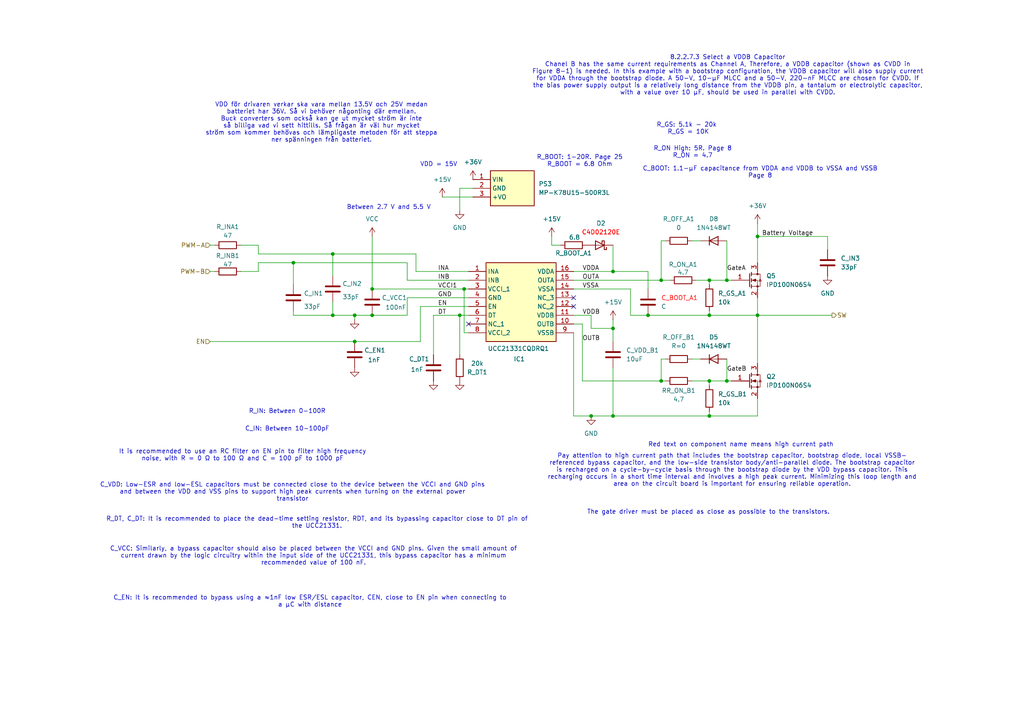
<source format=kicad_sch>
(kicad_sch
	(version 20231120)
	(generator "eeschema")
	(generator_version "8.0")
	(uuid "26e98832-be88-42fd-be22-8bc4c800b4fd")
	(paper "A4")
	(lib_symbols
		(symbol "BSP129_2"
			(pin_names hide)
			(exclude_from_sim no)
			(in_bom yes)
			(on_board yes)
			(property "Reference" "Q1"
				(at 6.35 1.2701 0)
				(effects
					(font
						(size 1.27 1.27)
					)
					(justify left)
				)
			)
			(property "Value" "BSP129"
				(at 6.35 -1.2699 0)
				(effects
					(font
						(size 1.27 1.27)
					)
					(justify left)
				)
			)
			(property "Footprint" "IPD100N06S4-03:TRANS_BTS3060TFATMA1"
				(at 4.572 -15.113 0)
				(effects
					(font
						(size 1.27 1.27)
						(italic yes)
					)
					(justify left)
					(hide yes)
				)
			)
			(property "Datasheet" "https://www.infineon.com/dgdl/Infineon-BSP129-DS-v01_42-en.pdf?fileId=db3a30433c1a8752013c1fc296d2395f"
				(at 4.572 -17.018 0)
				(effects
					(font
						(size 1.27 1.27)
					)
					(justify left)
					(hide yes)
				)
			)
			(property "Description" "0.35A Id, 240V Vds, N-Channel MOSFET, SOT-223"
				(at -0.508 -13.208 0)
				(effects
					(font
						(size 1.27 1.27)
					)
					(hide yes)
				)
			)
			(property "ki_keywords" "N-Channel MOSFET"
				(at 0 0 0)
				(effects
					(font
						(size 1.27 1.27)
					)
					(hide yes)
				)
			)
			(property "ki_fp_filters" "SOT?223*"
				(at 0 0 0)
				(effects
					(font
						(size 1.27 1.27)
					)
					(hide yes)
				)
			)
			(symbol "BSP129_2_0_1"
				(polyline
					(pts
						(xy 0.254 0) (xy -2.54 0)
					)
					(stroke
						(width 0)
						(type default)
					)
					(fill
						(type none)
					)
				)
				(polyline
					(pts
						(xy 0.254 1.905) (xy 0.254 -1.905)
					)
					(stroke
						(width 0.254)
						(type default)
					)
					(fill
						(type none)
					)
				)
				(polyline
					(pts
						(xy 0.762 -1.27) (xy 0.762 -2.286)
					)
					(stroke
						(width 0.254)
						(type default)
					)
					(fill
						(type none)
					)
				)
				(polyline
					(pts
						(xy 0.762 0.508) (xy 0.762 -0.508)
					)
					(stroke
						(width 0.254)
						(type default)
					)
					(fill
						(type none)
					)
				)
				(polyline
					(pts
						(xy 0.762 2.286) (xy 0.762 1.27)
					)
					(stroke
						(width 0.254)
						(type default)
					)
					(fill
						(type none)
					)
				)
				(polyline
					(pts
						(xy 2.54 2.54) (xy 2.54 1.778)
					)
					(stroke
						(width 0)
						(type default)
					)
					(fill
						(type none)
					)
				)
				(polyline
					(pts
						(xy 2.54 -2.54) (xy 2.54 0) (xy 0.762 0)
					)
					(stroke
						(width 0)
						(type default)
					)
					(fill
						(type none)
					)
				)
				(polyline
					(pts
						(xy 0.762 -1.778) (xy 3.302 -1.778) (xy 3.302 1.778) (xy 0.762 1.778)
					)
					(stroke
						(width 0)
						(type default)
					)
					(fill
						(type none)
					)
				)
				(polyline
					(pts
						(xy 1.016 0) (xy 2.032 0.381) (xy 2.032 -0.381) (xy 1.016 0)
					)
					(stroke
						(width 0)
						(type default)
					)
					(fill
						(type outline)
					)
				)
				(polyline
					(pts
						(xy 3.302 0.381) (xy 2.921 -0.254) (xy 3.683 -0.254) (xy 3.302 0.381)
					)
					(stroke
						(width 0)
						(type default)
					)
					(fill
						(type none)
					)
				)
				(circle
					(center 2.54 -1.778)
					(radius 0.254)
					(stroke
						(width 0)
						(type default)
					)
					(fill
						(type outline)
					)
				)
				(circle
					(center 2.54 1.778)
					(radius 0.254)
					(stroke
						(width 0)
						(type default)
					)
					(fill
						(type outline)
					)
				)
			)
			(symbol "BSP129_2_1_1"
				(pin input line
					(at -5.08 0 0)
					(length 5.08)
					(name "G"
						(effects
							(font
								(size 1.27 1.27)
							)
						)
					)
					(number "1"
						(effects
							(font
								(size 1.27 1.27)
							)
						)
					)
				)
				(pin passive line
					(at 2.54 -5.08 90)
					(length 2.54)
					(name "S"
						(effects
							(font
								(size 1.27 1.27)
							)
						)
					)
					(number "2"
						(effects
							(font
								(size 1.27 1.27)
							)
						)
					)
				)
				(pin passive line
					(at 2.54 5.08 270)
					(length 2.54)
					(name "D"
						(effects
							(font
								(size 1.27 1.27)
							)
						)
					)
					(number "3"
						(effects
							(font
								(size 1.27 1.27)
							)
						)
					)
				)
			)
		)
		(symbol "Device:C"
			(pin_numbers hide)
			(pin_names
				(offset 0.254)
			)
			(exclude_from_sim no)
			(in_bom yes)
			(on_board yes)
			(property "Reference" "C"
				(at 0.635 2.54 0)
				(effects
					(font
						(size 1.27 1.27)
					)
					(justify left)
				)
			)
			(property "Value" "C"
				(at 0.635 -2.54 0)
				(effects
					(font
						(size 1.27 1.27)
					)
					(justify left)
				)
			)
			(property "Footprint" ""
				(at 0.9652 -3.81 0)
				(effects
					(font
						(size 1.27 1.27)
					)
					(hide yes)
				)
			)
			(property "Datasheet" "~"
				(at 0 0 0)
				(effects
					(font
						(size 1.27 1.27)
					)
					(hide yes)
				)
			)
			(property "Description" "Unpolarized capacitor"
				(at 0 0 0)
				(effects
					(font
						(size 1.27 1.27)
					)
					(hide yes)
				)
			)
			(property "ki_keywords" "cap capacitor"
				(at 0 0 0)
				(effects
					(font
						(size 1.27 1.27)
					)
					(hide yes)
				)
			)
			(property "ki_fp_filters" "C_*"
				(at 0 0 0)
				(effects
					(font
						(size 1.27 1.27)
					)
					(hide yes)
				)
			)
			(symbol "C_0_1"
				(polyline
					(pts
						(xy -2.032 -0.762) (xy 2.032 -0.762)
					)
					(stroke
						(width 0.508)
						(type default)
					)
					(fill
						(type none)
					)
				)
				(polyline
					(pts
						(xy -2.032 0.762) (xy 2.032 0.762)
					)
					(stroke
						(width 0.508)
						(type default)
					)
					(fill
						(type none)
					)
				)
			)
			(symbol "C_1_1"
				(pin passive line
					(at 0 3.81 270)
					(length 2.794)
					(name "~"
						(effects
							(font
								(size 1.27 1.27)
							)
						)
					)
					(number "1"
						(effects
							(font
								(size 1.27 1.27)
							)
						)
					)
				)
				(pin passive line
					(at 0 -3.81 90)
					(length 2.794)
					(name "~"
						(effects
							(font
								(size 1.27 1.27)
							)
						)
					)
					(number "2"
						(effects
							(font
								(size 1.27 1.27)
							)
						)
					)
				)
			)
		)
		(symbol "Device:R"
			(pin_numbers hide)
			(pin_names
				(offset 0)
			)
			(exclude_from_sim no)
			(in_bom yes)
			(on_board yes)
			(property "Reference" "R"
				(at 2.032 0 90)
				(effects
					(font
						(size 1.27 1.27)
					)
				)
			)
			(property "Value" "R"
				(at 0 0 90)
				(effects
					(font
						(size 1.27 1.27)
					)
				)
			)
			(property "Footprint" ""
				(at -1.778 0 90)
				(effects
					(font
						(size 1.27 1.27)
					)
					(hide yes)
				)
			)
			(property "Datasheet" "~"
				(at 0 0 0)
				(effects
					(font
						(size 1.27 1.27)
					)
					(hide yes)
				)
			)
			(property "Description" "Resistor"
				(at 0 0 0)
				(effects
					(font
						(size 1.27 1.27)
					)
					(hide yes)
				)
			)
			(property "ki_keywords" "R res resistor"
				(at 0 0 0)
				(effects
					(font
						(size 1.27 1.27)
					)
					(hide yes)
				)
			)
			(property "ki_fp_filters" "R_*"
				(at 0 0 0)
				(effects
					(font
						(size 1.27 1.27)
					)
					(hide yes)
				)
			)
			(symbol "R_0_1"
				(rectangle
					(start -1.016 -2.54)
					(end 1.016 2.54)
					(stroke
						(width 0.254)
						(type default)
					)
					(fill
						(type none)
					)
				)
			)
			(symbol "R_1_1"
				(pin passive line
					(at 0 3.81 270)
					(length 1.27)
					(name "~"
						(effects
							(font
								(size 1.27 1.27)
							)
						)
					)
					(number "1"
						(effects
							(font
								(size 1.27 1.27)
							)
						)
					)
				)
				(pin passive line
					(at 0 -3.81 90)
					(length 1.27)
					(name "~"
						(effects
							(font
								(size 1.27 1.27)
							)
						)
					)
					(number "2"
						(effects
							(font
								(size 1.27 1.27)
							)
						)
					)
				)
			)
		)
		(symbol "Diode:1N4148WT"
			(pin_numbers hide)
			(pin_names hide)
			(exclude_from_sim no)
			(in_bom yes)
			(on_board yes)
			(property "Reference" "D"
				(at 0 2.54 0)
				(effects
					(font
						(size 1.27 1.27)
					)
				)
			)
			(property "Value" "1N4148WT"
				(at 0 -2.54 0)
				(effects
					(font
						(size 1.27 1.27)
					)
				)
			)
			(property "Footprint" "Diode_SMD:D_SOD-523"
				(at 0 -4.445 0)
				(effects
					(font
						(size 1.27 1.27)
					)
					(hide yes)
				)
			)
			(property "Datasheet" "https://www.diodes.com/assets/Datasheets/ds30396.pdf"
				(at 0 0 0)
				(effects
					(font
						(size 1.27 1.27)
					)
					(hide yes)
				)
			)
			(property "Description" "75V 0.15A Fast switching Diode, SOD-523"
				(at 0 0 0)
				(effects
					(font
						(size 1.27 1.27)
					)
					(hide yes)
				)
			)
			(property "Sim.Device" "D"
				(at 0 0 0)
				(effects
					(font
						(size 1.27 1.27)
					)
					(hide yes)
				)
			)
			(property "Sim.Pins" "1=K 2=A"
				(at 0 0 0)
				(effects
					(font
						(size 1.27 1.27)
					)
					(hide yes)
				)
			)
			(property "ki_keywords" "diode"
				(at 0 0 0)
				(effects
					(font
						(size 1.27 1.27)
					)
					(hide yes)
				)
			)
			(property "ki_fp_filters" "D*SOD?523*"
				(at 0 0 0)
				(effects
					(font
						(size 1.27 1.27)
					)
					(hide yes)
				)
			)
			(symbol "1N4148WT_0_1"
				(polyline
					(pts
						(xy -1.27 1.27) (xy -1.27 -1.27)
					)
					(stroke
						(width 0.254)
						(type default)
					)
					(fill
						(type none)
					)
				)
				(polyline
					(pts
						(xy 1.27 0) (xy -1.27 0)
					)
					(stroke
						(width 0)
						(type default)
					)
					(fill
						(type none)
					)
				)
				(polyline
					(pts
						(xy 1.27 1.27) (xy 1.27 -1.27) (xy -1.27 0) (xy 1.27 1.27)
					)
					(stroke
						(width 0.254)
						(type default)
					)
					(fill
						(type none)
					)
				)
			)
			(symbol "1N4148WT_1_1"
				(pin passive line
					(at -3.81 0 0)
					(length 2.54)
					(name "K"
						(effects
							(font
								(size 1.27 1.27)
							)
						)
					)
					(number "1"
						(effects
							(font
								(size 1.27 1.27)
							)
						)
					)
				)
				(pin passive line
					(at 3.81 0 180)
					(length 2.54)
					(name "A"
						(effects
							(font
								(size 1.27 1.27)
							)
						)
					)
					(number "2"
						(effects
							(font
								(size 1.27 1.27)
							)
						)
					)
				)
			)
		)
		(symbol "Diode:C4D02120E"
			(pin_numbers hide)
			(pin_names
				(offset 1.016) hide)
			(exclude_from_sim no)
			(in_bom yes)
			(on_board yes)
			(property "Reference" "D"
				(at 0 2.54 0)
				(effects
					(font
						(size 1.27 1.27)
					)
				)
			)
			(property "Value" "C4D02120E"
				(at 0 -2.54 0)
				(effects
					(font
						(size 1.27 1.27)
					)
				)
			)
			(property "Footprint" "Package_TO_SOT_SMD:TO-252-2_TabPin1"
				(at 0 -4.445 0)
				(effects
					(font
						(size 1.27 1.27)
					)
					(hide yes)
				)
			)
			(property "Datasheet" "https://www.wolfspeed.com/media/downloads/128/C4D02120E.pdf"
				(at 0 0 0)
				(effects
					(font
						(size 1.27 1.27)
					)
					(hide yes)
				)
			)
			(property "Description" "1200V, 2A, SiC Schottky Diode, TO-252"
				(at 0 0 0)
				(effects
					(font
						(size 1.27 1.27)
					)
					(hide yes)
				)
			)
			(property "ki_keywords" "sic diode"
				(at 0 0 0)
				(effects
					(font
						(size 1.27 1.27)
					)
					(hide yes)
				)
			)
			(property "ki_fp_filters" "TO?252*TabPin1*"
				(at 0 0 0)
				(effects
					(font
						(size 1.27 1.27)
					)
					(hide yes)
				)
			)
			(symbol "C4D02120E_0_1"
				(polyline
					(pts
						(xy 1.27 0) (xy -1.27 0)
					)
					(stroke
						(width 0)
						(type default)
					)
					(fill
						(type none)
					)
				)
				(polyline
					(pts
						(xy 1.27 1.27) (xy 1.27 -1.27) (xy -1.27 0) (xy 1.27 1.27)
					)
					(stroke
						(width 0.254)
						(type default)
					)
					(fill
						(type none)
					)
				)
				(polyline
					(pts
						(xy -1.905 0.635) (xy -1.905 1.27) (xy -1.27 1.27) (xy -1.27 -1.27) (xy -0.635 -1.27) (xy -0.635 -0.635)
					)
					(stroke
						(width 0.254)
						(type default)
					)
					(fill
						(type none)
					)
				)
			)
			(symbol "C4D02120E_1_1"
				(pin passive line
					(at -3.81 0 0)
					(length 2.54)
					(name "K"
						(effects
							(font
								(size 1.27 1.27)
							)
						)
					)
					(number "1"
						(effects
							(font
								(size 1.27 1.27)
							)
						)
					)
				)
				(pin passive line
					(at 3.81 0 180)
					(length 2.54)
					(name "A"
						(effects
							(font
								(size 1.27 1.27)
							)
						)
					)
					(number "2"
						(effects
							(font
								(size 1.27 1.27)
							)
						)
					)
				)
			)
		)
		(symbol "MP-K78U15-500R3L:MP-K78U15-500R3L"
			(exclude_from_sim no)
			(in_bom yes)
			(on_board yes)
			(property "Reference" "PS"
				(at 19.05 7.62 0)
				(effects
					(font
						(size 1.27 1.27)
					)
					(justify left top)
				)
			)
			(property "Value" "MP-K78U15-500R3L"
				(at 19.05 5.08 0)
				(effects
					(font
						(size 1.27 1.27)
					)
					(justify left top)
				)
			)
			(property "Footprint" "MPK78U15500R3L"
				(at 19.05 -94.92 0)
				(effects
					(font
						(size 1.27 1.27)
					)
					(justify left top)
					(hide yes)
				)
			)
			(property "Datasheet" ""
				(at 19.05 -194.92 0)
				(effects
					(font
						(size 1.27 1.27)
					)
					(justify left top)
					(hide yes)
				)
			)
			(property "Description" "MULTICOMP PRO MP-K78U15-500R3LDC/DC Converter, ITE & Industrial, 1 Output, 7.5 W, 15 V, 500 mA, MP-K78U-500R3"
				(at 0 0 0)
				(effects
					(font
						(size 1.27 1.27)
					)
					(hide yes)
				)
			)
			(property "Height" "9.5"
				(at 19.05 -394.92 0)
				(effects
					(font
						(size 1.27 1.27)
					)
					(justify left top)
					(hide yes)
				)
			)
			(property "Farnell Part Number" ""
				(at 19.05 -494.92 0)
				(effects
					(font
						(size 1.27 1.27)
					)
					(justify left top)
					(hide yes)
				)
			)
			(property "Farnell Price/Stock" ""
				(at 19.05 -594.92 0)
				(effects
					(font
						(size 1.27 1.27)
					)
					(justify left top)
					(hide yes)
				)
			)
			(property "Manufacturer_Name" "Multicomp Pro"
				(at 19.05 -694.92 0)
				(effects
					(font
						(size 1.27 1.27)
					)
					(justify left top)
					(hide yes)
				)
			)
			(property "Manufacturer_Part_Number" "MP-K78U15-500R3L"
				(at 19.05 -794.92 0)
				(effects
					(font
						(size 1.27 1.27)
					)
					(justify left top)
					(hide yes)
				)
			)
			(symbol "MP-K78U15-500R3L_1_1"
				(rectangle
					(start 5.08 2.54)
					(end 17.78 -7.62)
					(stroke
						(width 0.254)
						(type default)
					)
					(fill
						(type background)
					)
				)
				(pin passive line
					(at 0 0 0)
					(length 5.08)
					(name "VIN"
						(effects
							(font
								(size 1.27 1.27)
							)
						)
					)
					(number "1"
						(effects
							(font
								(size 1.27 1.27)
							)
						)
					)
				)
				(pin passive line
					(at 0 -2.54 0)
					(length 5.08)
					(name "GND"
						(effects
							(font
								(size 1.27 1.27)
							)
						)
					)
					(number "2"
						(effects
							(font
								(size 1.27 1.27)
							)
						)
					)
				)
				(pin passive line
					(at 0 -5.08 0)
					(length 5.08)
					(name "+VO"
						(effects
							(font
								(size 1.27 1.27)
							)
						)
					)
					(number "3"
						(effects
							(font
								(size 1.27 1.27)
							)
						)
					)
				)
			)
		)
		(symbol "UCC21331CQDRQ1:UCC21331CQDRQ1"
			(exclude_from_sim no)
			(in_bom yes)
			(on_board yes)
			(property "Reference" "IC"
				(at 26.67 7.62 0)
				(effects
					(font
						(size 1.27 1.27)
					)
					(justify left top)
				)
			)
			(property "Value" "UCC21331CQDRQ1"
				(at 26.67 5.08 0)
				(effects
					(font
						(size 1.27 1.27)
					)
					(justify left top)
				)
			)
			(property "Footprint" "SOIC127P600X175-16N"
				(at 26.67 -94.92 0)
				(effects
					(font
						(size 1.27 1.27)
					)
					(justify left top)
					(hide yes)
				)
			)
			(property "Datasheet" "https://www.ti.com/lit/ds/symlink/ucc21331-q1.pdf?ts=1722154499216&ref_url=https%253A%252F%252Fwww.ti.com%252Fproduct%252FUCC21331-Q1%252Fpart-details%252FUCC21331CQDRQ1%253Fbm-verify%253DAAQAAAAJ_____6ibDDw9gyjHXzXNDxbQRYbfhbILQG6rv3CGUkxF081gbmveQm7Pmhs"
				(at 26.67 -194.92 0)
				(effects
					(font
						(size 1.27 1.27)
					)
					(justify left top)
					(hide yes)
				)
			)
			(property "Description" "Gate Drivers Automotive, 3kVRMS 4A/6A two-channel gate driver with enable logic and programmable deadtime"
				(at 0 0 0)
				(effects
					(font
						(size 1.27 1.27)
					)
					(hide yes)
				)
			)
			(property "Height" "1.75"
				(at 26.67 -394.92 0)
				(effects
					(font
						(size 1.27 1.27)
					)
					(justify left top)
					(hide yes)
				)
			)
			(property "Mouser Part Number" ""
				(at 26.67 -494.92 0)
				(effects
					(font
						(size 1.27 1.27)
					)
					(justify left top)
					(hide yes)
				)
			)
			(property "Mouser Price/Stock" ""
				(at 26.67 -594.92 0)
				(effects
					(font
						(size 1.27 1.27)
					)
					(justify left top)
					(hide yes)
				)
			)
			(property "Manufacturer_Name" "Texas Instruments"
				(at 26.67 -694.92 0)
				(effects
					(font
						(size 1.27 1.27)
					)
					(justify left top)
					(hide yes)
				)
			)
			(property "Manufacturer_Part_Number" "UCC21331CQDRQ1"
				(at 26.67 -794.92 0)
				(effects
					(font
						(size 1.27 1.27)
					)
					(justify left top)
					(hide yes)
				)
			)
			(symbol "UCC21331CQDRQ1_1_1"
				(rectangle
					(start 5.08 2.54)
					(end 25.4 -20.32)
					(stroke
						(width 0.254)
						(type default)
					)
					(fill
						(type background)
					)
				)
				(pin passive line
					(at 0 0 0)
					(length 5.08)
					(name "INA"
						(effects
							(font
								(size 1.27 1.27)
							)
						)
					)
					(number "1"
						(effects
							(font
								(size 1.27 1.27)
							)
						)
					)
				)
				(pin passive line
					(at 30.48 -15.24 180)
					(length 5.08)
					(name "OUTB"
						(effects
							(font
								(size 1.27 1.27)
							)
						)
					)
					(number "10"
						(effects
							(font
								(size 1.27 1.27)
							)
						)
					)
				)
				(pin passive line
					(at 30.48 -12.7 180)
					(length 5.08)
					(name "VDDB"
						(effects
							(font
								(size 1.27 1.27)
							)
						)
					)
					(number "11"
						(effects
							(font
								(size 1.27 1.27)
							)
						)
					)
				)
				(pin passive line
					(at 30.48 -10.16 180)
					(length 5.08)
					(name "NC_2"
						(effects
							(font
								(size 1.27 1.27)
							)
						)
					)
					(number "12"
						(effects
							(font
								(size 1.27 1.27)
							)
						)
					)
				)
				(pin passive line
					(at 30.48 -7.62 180)
					(length 5.08)
					(name "NC_3"
						(effects
							(font
								(size 1.27 1.27)
							)
						)
					)
					(number "13"
						(effects
							(font
								(size 1.27 1.27)
							)
						)
					)
				)
				(pin passive line
					(at 30.48 -5.08 180)
					(length 5.08)
					(name "VSSA"
						(effects
							(font
								(size 1.27 1.27)
							)
						)
					)
					(number "14"
						(effects
							(font
								(size 1.27 1.27)
							)
						)
					)
				)
				(pin passive line
					(at 30.48 -2.54 180)
					(length 5.08)
					(name "OUTA"
						(effects
							(font
								(size 1.27 1.27)
							)
						)
					)
					(number "15"
						(effects
							(font
								(size 1.27 1.27)
							)
						)
					)
				)
				(pin passive line
					(at 30.48 0 180)
					(length 5.08)
					(name "VDDA"
						(effects
							(font
								(size 1.27 1.27)
							)
						)
					)
					(number "16"
						(effects
							(font
								(size 1.27 1.27)
							)
						)
					)
				)
				(pin passive line
					(at 0 -2.54 0)
					(length 5.08)
					(name "INB"
						(effects
							(font
								(size 1.27 1.27)
							)
						)
					)
					(number "2"
						(effects
							(font
								(size 1.27 1.27)
							)
						)
					)
				)
				(pin passive line
					(at 0 -5.08 0)
					(length 5.08)
					(name "VCCI_1"
						(effects
							(font
								(size 1.27 1.27)
							)
						)
					)
					(number "3"
						(effects
							(font
								(size 1.27 1.27)
							)
						)
					)
				)
				(pin passive line
					(at 0 -7.62 0)
					(length 5.08)
					(name "GND"
						(effects
							(font
								(size 1.27 1.27)
							)
						)
					)
					(number "4"
						(effects
							(font
								(size 1.27 1.27)
							)
						)
					)
				)
				(pin passive line
					(at 0 -10.16 0)
					(length 5.08)
					(name "EN"
						(effects
							(font
								(size 1.27 1.27)
							)
						)
					)
					(number "5"
						(effects
							(font
								(size 1.27 1.27)
							)
						)
					)
				)
				(pin passive line
					(at 0 -12.7 0)
					(length 5.08)
					(name "DT"
						(effects
							(font
								(size 1.27 1.27)
							)
						)
					)
					(number "6"
						(effects
							(font
								(size 1.27 1.27)
							)
						)
					)
				)
				(pin passive line
					(at 0 -15.24 0)
					(length 5.08)
					(name "NC_1"
						(effects
							(font
								(size 1.27 1.27)
							)
						)
					)
					(number "7"
						(effects
							(font
								(size 1.27 1.27)
							)
						)
					)
				)
				(pin passive line
					(at 0 -17.78 0)
					(length 5.08)
					(name "VCCI_2"
						(effects
							(font
								(size 1.27 1.27)
							)
						)
					)
					(number "8"
						(effects
							(font
								(size 1.27 1.27)
							)
						)
					)
				)
				(pin passive line
					(at 30.48 -17.78 180)
					(length 5.08)
					(name "VSSB"
						(effects
							(font
								(size 1.27 1.27)
							)
						)
					)
					(number "9"
						(effects
							(font
								(size 1.27 1.27)
							)
						)
					)
				)
			)
		)
		(symbol "power:+15V"
			(power)
			(pin_numbers hide)
			(pin_names
				(offset 0) hide)
			(exclude_from_sim no)
			(in_bom yes)
			(on_board yes)
			(property "Reference" "#PWR"
				(at 0 -3.81 0)
				(effects
					(font
						(size 1.27 1.27)
					)
					(hide yes)
				)
			)
			(property "Value" "+15V"
				(at 0 3.556 0)
				(effects
					(font
						(size 1.27 1.27)
					)
				)
			)
			(property "Footprint" ""
				(at 0 0 0)
				(effects
					(font
						(size 1.27 1.27)
					)
					(hide yes)
				)
			)
			(property "Datasheet" ""
				(at 0 0 0)
				(effects
					(font
						(size 1.27 1.27)
					)
					(hide yes)
				)
			)
			(property "Description" "Power symbol creates a global label with name \"+15V\""
				(at 0 0 0)
				(effects
					(font
						(size 1.27 1.27)
					)
					(hide yes)
				)
			)
			(property "ki_keywords" "global power"
				(at 0 0 0)
				(effects
					(font
						(size 1.27 1.27)
					)
					(hide yes)
				)
			)
			(symbol "+15V_0_1"
				(polyline
					(pts
						(xy -0.762 1.27) (xy 0 2.54)
					)
					(stroke
						(width 0)
						(type default)
					)
					(fill
						(type none)
					)
				)
				(polyline
					(pts
						(xy 0 0) (xy 0 2.54)
					)
					(stroke
						(width 0)
						(type default)
					)
					(fill
						(type none)
					)
				)
				(polyline
					(pts
						(xy 0 2.54) (xy 0.762 1.27)
					)
					(stroke
						(width 0)
						(type default)
					)
					(fill
						(type none)
					)
				)
			)
			(symbol "+15V_1_1"
				(pin power_in line
					(at 0 0 90)
					(length 0)
					(name "~"
						(effects
							(font
								(size 1.27 1.27)
							)
						)
					)
					(number "1"
						(effects
							(font
								(size 1.27 1.27)
							)
						)
					)
				)
			)
		)
		(symbol "power:+36V"
			(power)
			(pin_numbers hide)
			(pin_names
				(offset 0) hide)
			(exclude_from_sim no)
			(in_bom yes)
			(on_board yes)
			(property "Reference" "#PWR"
				(at 0 -3.81 0)
				(effects
					(font
						(size 1.27 1.27)
					)
					(hide yes)
				)
			)
			(property "Value" "+36V"
				(at 0 3.556 0)
				(effects
					(font
						(size 1.27 1.27)
					)
				)
			)
			(property "Footprint" ""
				(at 0 0 0)
				(effects
					(font
						(size 1.27 1.27)
					)
					(hide yes)
				)
			)
			(property "Datasheet" ""
				(at 0 0 0)
				(effects
					(font
						(size 1.27 1.27)
					)
					(hide yes)
				)
			)
			(property "Description" "Power symbol creates a global label with name \"+36V\""
				(at 0 0 0)
				(effects
					(font
						(size 1.27 1.27)
					)
					(hide yes)
				)
			)
			(property "ki_keywords" "global power"
				(at 0 0 0)
				(effects
					(font
						(size 1.27 1.27)
					)
					(hide yes)
				)
			)
			(symbol "+36V_0_1"
				(polyline
					(pts
						(xy -0.762 1.27) (xy 0 2.54)
					)
					(stroke
						(width 0)
						(type default)
					)
					(fill
						(type none)
					)
				)
				(polyline
					(pts
						(xy 0 0) (xy 0 2.54)
					)
					(stroke
						(width 0)
						(type default)
					)
					(fill
						(type none)
					)
				)
				(polyline
					(pts
						(xy 0 2.54) (xy 0.762 1.27)
					)
					(stroke
						(width 0)
						(type default)
					)
					(fill
						(type none)
					)
				)
			)
			(symbol "+36V_1_1"
				(pin power_in line
					(at 0 0 90)
					(length 0)
					(name "~"
						(effects
							(font
								(size 1.27 1.27)
							)
						)
					)
					(number "1"
						(effects
							(font
								(size 1.27 1.27)
							)
						)
					)
				)
			)
		)
		(symbol "power:GND"
			(power)
			(pin_numbers hide)
			(pin_names
				(offset 0) hide)
			(exclude_from_sim no)
			(in_bom yes)
			(on_board yes)
			(property "Reference" "#PWR"
				(at 0 -6.35 0)
				(effects
					(font
						(size 1.27 1.27)
					)
					(hide yes)
				)
			)
			(property "Value" "GND"
				(at 0 -3.81 0)
				(effects
					(font
						(size 1.27 1.27)
					)
				)
			)
			(property "Footprint" ""
				(at 0 0 0)
				(effects
					(font
						(size 1.27 1.27)
					)
					(hide yes)
				)
			)
			(property "Datasheet" ""
				(at 0 0 0)
				(effects
					(font
						(size 1.27 1.27)
					)
					(hide yes)
				)
			)
			(property "Description" "Power symbol creates a global label with name \"GND\" , ground"
				(at 0 0 0)
				(effects
					(font
						(size 1.27 1.27)
					)
					(hide yes)
				)
			)
			(property "ki_keywords" "global power"
				(at 0 0 0)
				(effects
					(font
						(size 1.27 1.27)
					)
					(hide yes)
				)
			)
			(symbol "GND_0_1"
				(polyline
					(pts
						(xy 0 0) (xy 0 -1.27) (xy 1.27 -1.27) (xy 0 -2.54) (xy -1.27 -1.27) (xy 0 -1.27)
					)
					(stroke
						(width 0)
						(type default)
					)
					(fill
						(type none)
					)
				)
			)
			(symbol "GND_1_1"
				(pin power_in line
					(at 0 0 270)
					(length 0)
					(name "~"
						(effects
							(font
								(size 1.27 1.27)
							)
						)
					)
					(number "1"
						(effects
							(font
								(size 1.27 1.27)
							)
						)
					)
				)
			)
		)
		(symbol "power:VCC"
			(power)
			(pin_numbers hide)
			(pin_names
				(offset 0) hide)
			(exclude_from_sim no)
			(in_bom yes)
			(on_board yes)
			(property "Reference" "#PWR"
				(at 0 -3.81 0)
				(effects
					(font
						(size 1.27 1.27)
					)
					(hide yes)
				)
			)
			(property "Value" "VCC"
				(at 0 3.556 0)
				(effects
					(font
						(size 1.27 1.27)
					)
				)
			)
			(property "Footprint" ""
				(at 0 0 0)
				(effects
					(font
						(size 1.27 1.27)
					)
					(hide yes)
				)
			)
			(property "Datasheet" ""
				(at 0 0 0)
				(effects
					(font
						(size 1.27 1.27)
					)
					(hide yes)
				)
			)
			(property "Description" "Power symbol creates a global label with name \"VCC\""
				(at 0 0 0)
				(effects
					(font
						(size 1.27 1.27)
					)
					(hide yes)
				)
			)
			(property "ki_keywords" "global power"
				(at 0 0 0)
				(effects
					(font
						(size 1.27 1.27)
					)
					(hide yes)
				)
			)
			(symbol "VCC_0_1"
				(polyline
					(pts
						(xy -0.762 1.27) (xy 0 2.54)
					)
					(stroke
						(width 0)
						(type default)
					)
					(fill
						(type none)
					)
				)
				(polyline
					(pts
						(xy 0 0) (xy 0 2.54)
					)
					(stroke
						(width 0)
						(type default)
					)
					(fill
						(type none)
					)
				)
				(polyline
					(pts
						(xy 0 2.54) (xy 0.762 1.27)
					)
					(stroke
						(width 0)
						(type default)
					)
					(fill
						(type none)
					)
				)
			)
			(symbol "VCC_1_1"
				(pin power_in line
					(at 0 0 90)
					(length 0)
					(name "~"
						(effects
							(font
								(size 1.27 1.27)
							)
						)
					)
					(number "1"
						(effects
							(font
								(size 1.27 1.27)
							)
						)
					)
				)
			)
		)
	)
	(junction
		(at 191.77 81.28)
		(diameter 0)
		(color 0 0 0 0)
		(uuid "075ceac7-7622-4032-80c9-f9dd59f56998")
	)
	(junction
		(at 171.45 120.65)
		(diameter 0)
		(color 0 0 0 0)
		(uuid "08ec070c-0f29-482c-9fd5-25be0b0d2710")
	)
	(junction
		(at 210.82 110.49)
		(diameter 0)
		(color 0 0 0 0)
		(uuid "0c1c8a05-6fdf-4ca5-ac7f-ba8f752000c0")
	)
	(junction
		(at 134.62 83.82)
		(diameter 0)
		(color 0 0 0 0)
		(uuid "0cd66f8e-6e40-45c2-ad92-598dc2861124")
	)
	(junction
		(at 102.87 91.44)
		(diameter 0)
		(color 0 0 0 0)
		(uuid "1527100e-04f9-4719-b434-bbb86f9a5e50")
	)
	(junction
		(at 187.96 91.44)
		(diameter 0)
		(color 0 0 0 0)
		(uuid "1953cf0b-a0c7-445a-8182-3a631f89c61b")
	)
	(junction
		(at 96.52 73.66)
		(diameter 0)
		(color 0 0 0 0)
		(uuid "322286f3-1bd0-4a9b-a665-f3bd5b601827")
	)
	(junction
		(at 205.74 120.65)
		(diameter 0)
		(color 0 0 0 0)
		(uuid "3c0b5dc5-1e02-4dcb-9e9f-db702bd72f27")
	)
	(junction
		(at 133.35 91.44)
		(diameter 0)
		(color 0 0 0 0)
		(uuid "40edae95-afbd-4e73-9d70-fdfeb98e79d6")
	)
	(junction
		(at 205.74 81.28)
		(diameter 0)
		(color 0 0 0 0)
		(uuid "4abc3205-5274-4fd5-8bbe-1528d9435864")
	)
	(junction
		(at 219.71 68.58)
		(diameter 0)
		(color 0 0 0 0)
		(uuid "57fc0e8d-c261-4cb3-a58f-8eb63b18e2d4")
	)
	(junction
		(at 219.71 91.44)
		(diameter 0)
		(color 0 0 0 0)
		(uuid "6a8c5b6a-2361-4bf6-a3c5-e2df2afc8c82")
	)
	(junction
		(at 177.8 120.65)
		(diameter 0)
		(color 0 0 0 0)
		(uuid "7c58616a-d1ca-4544-9964-4153df54e062")
	)
	(junction
		(at 107.95 83.82)
		(diameter 0)
		(color 0 0 0 0)
		(uuid "8370f366-e509-4ef0-9f49-c2bf05411907")
	)
	(junction
		(at 107.95 91.44)
		(diameter 0)
		(color 0 0 0 0)
		(uuid "919481f8-57b9-46ba-ae94-52776f91f9a8")
	)
	(junction
		(at 191.77 110.49)
		(diameter 0)
		(color 0 0 0 0)
		(uuid "a09cc575-678b-467a-a515-7919bc62fe60")
	)
	(junction
		(at 96.52 91.44)
		(diameter 0)
		(color 0 0 0 0)
		(uuid "a523c7d1-4eea-4fca-b786-0fefb4905074")
	)
	(junction
		(at 177.8 95.25)
		(diameter 0)
		(color 0 0 0 0)
		(uuid "a9d04571-3a6e-4a8d-94e6-760ff1d9274a")
	)
	(junction
		(at 102.87 99.06)
		(diameter 0)
		(color 0 0 0 0)
		(uuid "b100d593-6046-4a47-9692-fddbf4701d30")
	)
	(junction
		(at 210.82 81.28)
		(diameter 0)
		(color 0 0 0 0)
		(uuid "c23b7d80-7962-449b-afd3-16235ea1807f")
	)
	(junction
		(at 205.74 110.49)
		(diameter 0)
		(color 0 0 0 0)
		(uuid "c2c2b67c-f5b5-4947-839f-7141f819c15b")
	)
	(junction
		(at 85.09 76.2)
		(diameter 0)
		(color 0 0 0 0)
		(uuid "dadbe1df-7927-4862-8e48-563863bdfe06")
	)
	(junction
		(at 205.74 91.44)
		(diameter 0)
		(color 0 0 0 0)
		(uuid "eebee0b4-d570-430f-a6c2-d6b70151d7d2")
	)
	(junction
		(at 177.8 78.74)
		(diameter 0)
		(color 0 0 0 0)
		(uuid "ff2ff96f-723e-4ca8-a196-117a7209f065")
	)
	(no_connect
		(at 135.89 93.98)
		(uuid "a87f5dc0-6997-4be5-b212-eab8663a59e9")
	)
	(no_connect
		(at 166.37 86.36)
		(uuid "cbe7eb03-7fd0-44c5-807e-58b3561c4a4b")
	)
	(no_connect
		(at 166.37 88.9)
		(uuid "dddc9078-d462-44b0-b69a-0a8a5fb2846b")
	)
	(wire
		(pts
			(xy 118.11 81.28) (xy 135.89 81.28)
		)
		(stroke
			(width 0)
			(type default)
		)
		(uuid "009e530a-5e0d-4a04-b7bc-0c6dfcabc030")
	)
	(wire
		(pts
			(xy 193.04 69.85) (xy 191.77 69.85)
		)
		(stroke
			(width 0)
			(type default)
		)
		(uuid "04f1657c-fb00-43fd-b031-8b1f3323e70a")
	)
	(wire
		(pts
			(xy 121.92 88.9) (xy 135.89 88.9)
		)
		(stroke
			(width 0)
			(type default)
		)
		(uuid "07db81f5-c019-4514-8af7-b223e690b001")
	)
	(wire
		(pts
			(xy 107.95 91.44) (xy 118.11 91.44)
		)
		(stroke
			(width 0)
			(type default)
		)
		(uuid "097568c5-2130-444f-b1ed-e08fa7adb989")
	)
	(wire
		(pts
			(xy 177.8 71.12) (xy 177.8 78.74)
		)
		(stroke
			(width 0)
			(type default)
		)
		(uuid "0b45d14a-873c-4432-a5fa-d62c9f52cffe")
	)
	(wire
		(pts
			(xy 212.09 81.28) (xy 210.82 81.28)
		)
		(stroke
			(width 0)
			(type default)
		)
		(uuid "0b677059-e2cc-4d76-a2d0-fb9bc6c5354a")
	)
	(wire
		(pts
			(xy 205.74 110.49) (xy 210.82 110.49)
		)
		(stroke
			(width 0)
			(type default)
		)
		(uuid "122cef1d-4705-495a-9add-5b21aab1920b")
	)
	(wire
		(pts
			(xy 160.02 71.12) (xy 162.56 71.12)
		)
		(stroke
			(width 0)
			(type default)
		)
		(uuid "1708d12f-fec6-4934-9bd6-ba2030a7c5a5")
	)
	(wire
		(pts
			(xy 102.87 91.44) (xy 107.95 91.44)
		)
		(stroke
			(width 0)
			(type default)
		)
		(uuid "170b77e2-1418-46b1-b44d-aae06fc27d7e")
	)
	(wire
		(pts
			(xy 60.96 71.12) (xy 62.23 71.12)
		)
		(stroke
			(width 0)
			(type default)
		)
		(uuid "1dfac969-c498-4108-a2f2-cfaa6766b06f")
	)
	(wire
		(pts
			(xy 191.77 69.85) (xy 191.77 81.28)
		)
		(stroke
			(width 0)
			(type default)
		)
		(uuid "24bbea14-a5b2-4e6d-88aa-7e6befa54403")
	)
	(wire
		(pts
			(xy 128.27 57.15) (xy 137.16 57.15)
		)
		(stroke
			(width 0)
			(type default)
		)
		(uuid "2c48683e-e067-4eb4-9595-6b2e9ac3b328")
	)
	(wire
		(pts
			(xy 85.09 76.2) (xy 85.09 82.55)
		)
		(stroke
			(width 0)
			(type default)
		)
		(uuid "2dd7af1f-50c7-4d43-a3c0-42d230fa37f6")
	)
	(wire
		(pts
			(xy 120.65 73.66) (xy 120.65 78.74)
		)
		(stroke
			(width 0)
			(type default)
		)
		(uuid "31d08b5e-0be4-4bcb-910b-f8322729f7ad")
	)
	(wire
		(pts
			(xy 205.74 81.28) (xy 210.82 81.28)
		)
		(stroke
			(width 0)
			(type default)
		)
		(uuid "397845ea-ec96-4cc3-aa0b-0007e5f3aa88")
	)
	(wire
		(pts
			(xy 200.66 110.49) (xy 205.74 110.49)
		)
		(stroke
			(width 0)
			(type default)
		)
		(uuid "39f0837c-fb9c-42d7-9a4f-18ea0ae682a0")
	)
	(wire
		(pts
			(xy 240.03 68.58) (xy 240.03 72.39)
		)
		(stroke
			(width 0)
			(type default)
		)
		(uuid "39f3f107-3b90-4753-9d74-6921b4f1a5a2")
	)
	(wire
		(pts
			(xy 205.74 90.17) (xy 205.74 91.44)
		)
		(stroke
			(width 0)
			(type default)
		)
		(uuid "4218b27c-21d9-4bd7-ab80-4621077258a7")
	)
	(wire
		(pts
			(xy 135.89 96.52) (xy 134.62 96.52)
		)
		(stroke
			(width 0)
			(type default)
		)
		(uuid "44bad0ee-da28-4311-8ff4-aaa000d2e13d")
	)
	(wire
		(pts
			(xy 118.11 86.36) (xy 135.89 86.36)
		)
		(stroke
			(width 0)
			(type default)
		)
		(uuid "4a938ba9-1233-4e20-a47f-136bc0824d40")
	)
	(wire
		(pts
			(xy 133.35 91.44) (xy 135.89 91.44)
		)
		(stroke
			(width 0)
			(type default)
		)
		(uuid "4aa566cb-dc07-4d77-940f-7573190c869f")
	)
	(wire
		(pts
			(xy 168.91 93.98) (xy 168.91 110.49)
		)
		(stroke
			(width 0)
			(type default)
		)
		(uuid "4eeb665f-d749-4455-a804-6381cb256cb7")
	)
	(wire
		(pts
			(xy 96.52 73.66) (xy 120.65 73.66)
		)
		(stroke
			(width 0)
			(type default)
		)
		(uuid "4fb35e33-1d93-4e35-932d-9a720994a0cf")
	)
	(wire
		(pts
			(xy 219.71 68.58) (xy 240.03 68.58)
		)
		(stroke
			(width 0)
			(type default)
		)
		(uuid "5366b348-9436-473c-b879-e3dfd7d595df")
	)
	(wire
		(pts
			(xy 219.71 68.58) (xy 219.71 76.2)
		)
		(stroke
			(width 0)
			(type default)
		)
		(uuid "548e4cb7-1012-46a9-94c9-ec34b8690652")
	)
	(wire
		(pts
			(xy 160.02 68.58) (xy 160.02 71.12)
		)
		(stroke
			(width 0)
			(type default)
		)
		(uuid "54ffb978-ddac-4e62-ad8c-96ab9024bc04")
	)
	(wire
		(pts
			(xy 219.71 91.44) (xy 219.71 105.41)
		)
		(stroke
			(width 0)
			(type default)
		)
		(uuid "6060e091-4baa-4ec5-8ca8-17844241ac4c")
	)
	(wire
		(pts
			(xy 203.2 69.85) (xy 200.66 69.85)
		)
		(stroke
			(width 0)
			(type default)
		)
		(uuid "650606f6-41e0-4d1d-bb5f-19f6d50ac8dd")
	)
	(wire
		(pts
			(xy 166.37 96.52) (xy 166.37 120.65)
		)
		(stroke
			(width 0)
			(type default)
		)
		(uuid "69e4b515-64b2-45f0-b838-69c9b0b027b8")
	)
	(wire
		(pts
			(xy 121.92 99.06) (xy 121.92 88.9)
		)
		(stroke
			(width 0)
			(type default)
		)
		(uuid "6b06b1c5-bac3-43b8-8934-d038ef94a1f8")
	)
	(wire
		(pts
			(xy 187.96 78.74) (xy 187.96 83.82)
		)
		(stroke
			(width 0)
			(type default)
		)
		(uuid "6c3cc0b6-d8c2-469c-ae25-80b4aec9887c")
	)
	(wire
		(pts
			(xy 85.09 90.17) (xy 85.09 91.44)
		)
		(stroke
			(width 0)
			(type default)
		)
		(uuid "6fb68f64-cef2-4fe0-aa25-463ed0f04206")
	)
	(wire
		(pts
			(xy 177.8 120.65) (xy 205.74 120.65)
		)
		(stroke
			(width 0)
			(type default)
		)
		(uuid "7114cd8f-d09e-4f07-9fbc-cf347d03c0bd")
	)
	(wire
		(pts
			(xy 74.93 76.2) (xy 85.09 76.2)
		)
		(stroke
			(width 0)
			(type default)
		)
		(uuid "7154b42e-0142-47e6-9699-b53809206317")
	)
	(wire
		(pts
			(xy 69.85 71.12) (xy 74.93 71.12)
		)
		(stroke
			(width 0)
			(type default)
		)
		(uuid "71d9cab7-d77a-47d8-a6ad-5406f00fda2b")
	)
	(wire
		(pts
			(xy 171.45 120.65) (xy 177.8 120.65)
		)
		(stroke
			(width 0)
			(type default)
		)
		(uuid "769729a3-4b04-4e59-b74f-827381ec9a7a")
	)
	(wire
		(pts
			(xy 125.73 91.44) (xy 133.35 91.44)
		)
		(stroke
			(width 0)
			(type default)
		)
		(uuid "76d31435-271d-4461-a3cc-96a6df9d83b2")
	)
	(wire
		(pts
			(xy 219.71 91.44) (xy 241.3 91.44)
		)
		(stroke
			(width 0)
			(type default)
		)
		(uuid "77a3306d-dc92-49a2-87f5-9f5a99931531")
	)
	(wire
		(pts
			(xy 60.96 78.74) (xy 62.23 78.74)
		)
		(stroke
			(width 0)
			(type default)
		)
		(uuid "78524456-6731-4166-ac3e-497493e74156")
	)
	(wire
		(pts
			(xy 171.45 91.44) (xy 166.37 91.44)
		)
		(stroke
			(width 0)
			(type default)
		)
		(uuid "78e0a516-a087-4206-9acc-abc597cc262a")
	)
	(wire
		(pts
			(xy 85.09 91.44) (xy 96.52 91.44)
		)
		(stroke
			(width 0)
			(type default)
		)
		(uuid "79882079-a39e-4e24-94aa-f81c35d6dcb7")
	)
	(wire
		(pts
			(xy 166.37 83.82) (xy 182.88 83.82)
		)
		(stroke
			(width 0)
			(type default)
		)
		(uuid "7e62b2ea-d7f1-40bc-9044-2b3de2da1912")
	)
	(wire
		(pts
			(xy 191.77 104.14) (xy 191.77 110.49)
		)
		(stroke
			(width 0)
			(type default)
		)
		(uuid "7f47e3ee-c3c9-4a7a-8988-b4ab66cfaf90")
	)
	(wire
		(pts
			(xy 133.35 102.87) (xy 133.35 91.44)
		)
		(stroke
			(width 0)
			(type default)
		)
		(uuid "80253070-48f2-4a6a-a437-7cdd6179f651")
	)
	(wire
		(pts
			(xy 201.93 81.28) (xy 205.74 81.28)
		)
		(stroke
			(width 0)
			(type default)
		)
		(uuid "8247e387-d15b-448e-acc9-b9ba355a1a8e")
	)
	(wire
		(pts
			(xy 125.73 102.87) (xy 125.73 91.44)
		)
		(stroke
			(width 0)
			(type default)
		)
		(uuid "83d50fac-e66b-4a01-a38c-407807c28cbb")
	)
	(wire
		(pts
			(xy 107.95 68.58) (xy 107.95 83.82)
		)
		(stroke
			(width 0)
			(type default)
		)
		(uuid "85678d55-cc30-4635-9cd2-6e9bb0d90a02")
	)
	(wire
		(pts
			(xy 69.85 78.74) (xy 74.93 78.74)
		)
		(stroke
			(width 0)
			(type default)
		)
		(uuid "8870a760-882f-4fff-8bf5-0c2cbab62bca")
	)
	(wire
		(pts
			(xy 191.77 110.49) (xy 193.04 110.49)
		)
		(stroke
			(width 0)
			(type default)
		)
		(uuid "90a97539-d3de-4c7c-a478-aceb8fface4c")
	)
	(wire
		(pts
			(xy 118.11 76.2) (xy 118.11 81.28)
		)
		(stroke
			(width 0)
			(type default)
		)
		(uuid "949c6786-ed18-4883-9d16-c44cb4a9a28d")
	)
	(wire
		(pts
			(xy 177.8 78.74) (xy 187.96 78.74)
		)
		(stroke
			(width 0)
			(type default)
		)
		(uuid "9676ad22-df77-45f2-917f-fdf0a336977f")
	)
	(wire
		(pts
			(xy 182.88 83.82) (xy 182.88 91.44)
		)
		(stroke
			(width 0)
			(type default)
		)
		(uuid "96b2015d-d3a1-4b16-aaff-ec592b1ae861")
	)
	(wire
		(pts
			(xy 102.87 92.71) (xy 102.87 91.44)
		)
		(stroke
			(width 0)
			(type default)
		)
		(uuid "99ee894b-fbf0-4114-b0ee-3285f236fd35")
	)
	(wire
		(pts
			(xy 96.52 73.66) (xy 96.52 80.01)
		)
		(stroke
			(width 0)
			(type default)
		)
		(uuid "9bb02e93-e4c1-4b3b-8f6c-5c8085c22ecd")
	)
	(wire
		(pts
			(xy 133.35 54.61) (xy 133.35 60.96)
		)
		(stroke
			(width 0)
			(type default)
		)
		(uuid "9f2294b7-5ffa-4deb-aaaf-1f27354a70a4")
	)
	(wire
		(pts
			(xy 219.71 64.77) (xy 219.71 68.58)
		)
		(stroke
			(width 0)
			(type default)
		)
		(uuid "9f55b2f4-cafd-4be4-9475-47683abd7e81")
	)
	(wire
		(pts
			(xy 102.87 99.06) (xy 121.92 99.06)
		)
		(stroke
			(width 0)
			(type default)
		)
		(uuid "a2166a1a-18fc-4a7d-a33a-f358f4b3fadc")
	)
	(wire
		(pts
			(xy 212.09 110.49) (xy 210.82 110.49)
		)
		(stroke
			(width 0)
			(type default)
		)
		(uuid "a3d760f7-d81d-4935-a82d-7437025fc3cf")
	)
	(wire
		(pts
			(xy 219.71 115.57) (xy 219.71 120.65)
		)
		(stroke
			(width 0)
			(type default)
		)
		(uuid "a6af4ec0-85b6-4be8-8114-e556bc7261cf")
	)
	(wire
		(pts
			(xy 107.95 83.82) (xy 134.62 83.82)
		)
		(stroke
			(width 0)
			(type default)
		)
		(uuid "a9bc82c2-ff5d-4ed2-a59b-7936da78e280")
	)
	(wire
		(pts
			(xy 96.52 91.44) (xy 96.52 87.63)
		)
		(stroke
			(width 0)
			(type default)
		)
		(uuid "ac379a6a-ada0-4f4c-9a38-5124723aef2b")
	)
	(wire
		(pts
			(xy 166.37 93.98) (xy 168.91 93.98)
		)
		(stroke
			(width 0)
			(type default)
		)
		(uuid "b2463c47-b012-44ed-b3c3-8b17a97ab64a")
	)
	(wire
		(pts
			(xy 187.96 91.44) (xy 205.74 91.44)
		)
		(stroke
			(width 0)
			(type default)
		)
		(uuid "b2f83a15-f82a-4a72-9b28-24012c56c841")
	)
	(wire
		(pts
			(xy 168.91 110.49) (xy 191.77 110.49)
		)
		(stroke
			(width 0)
			(type default)
		)
		(uuid "b362c576-dc50-4976-82d2-f050122f3faf")
	)
	(wire
		(pts
			(xy 171.45 95.25) (xy 177.8 95.25)
		)
		(stroke
			(width 0)
			(type default)
		)
		(uuid "b6dbaa24-1608-4bd2-b975-0149259b9cd5")
	)
	(wire
		(pts
			(xy 171.45 95.25) (xy 171.45 91.44)
		)
		(stroke
			(width 0)
			(type default)
		)
		(uuid "b9bdf25e-b896-444a-9051-12c13a502399")
	)
	(wire
		(pts
			(xy 210.82 110.49) (xy 210.82 104.14)
		)
		(stroke
			(width 0)
			(type default)
		)
		(uuid "bd634149-5daa-4116-b631-74603b2c6ce1")
	)
	(wire
		(pts
			(xy 182.88 91.44) (xy 187.96 91.44)
		)
		(stroke
			(width 0)
			(type default)
		)
		(uuid "c1833912-dd32-4dab-98ce-4a21726508c6")
	)
	(wire
		(pts
			(xy 137.16 54.61) (xy 133.35 54.61)
		)
		(stroke
			(width 0)
			(type default)
		)
		(uuid "c6b65090-c3c8-45af-8c67-bb453fcb0a09")
	)
	(wire
		(pts
			(xy 177.8 92.71) (xy 177.8 95.25)
		)
		(stroke
			(width 0)
			(type default)
		)
		(uuid "ca2a7d0b-5da5-4330-bb6c-03b6d4791a01")
	)
	(wire
		(pts
			(xy 219.71 86.36) (xy 219.71 91.44)
		)
		(stroke
			(width 0)
			(type default)
		)
		(uuid "cc5ef17d-2e80-43bf-b9f9-bfde0d3ed3de")
	)
	(wire
		(pts
			(xy 203.2 104.14) (xy 200.66 104.14)
		)
		(stroke
			(width 0)
			(type default)
		)
		(uuid "ce4cf72b-8975-4407-ae69-2098c59d3471")
	)
	(wire
		(pts
			(xy 74.93 73.66) (xy 96.52 73.66)
		)
		(stroke
			(width 0)
			(type default)
		)
		(uuid "d07e642c-4f05-4c42-823b-9f4e9230f49b")
	)
	(wire
		(pts
			(xy 177.8 106.68) (xy 177.8 120.65)
		)
		(stroke
			(width 0)
			(type default)
		)
		(uuid "d4db6b07-94b8-4f54-b723-cc6dfce3b457")
	)
	(wire
		(pts
			(xy 134.62 83.82) (xy 135.89 83.82)
		)
		(stroke
			(width 0)
			(type default)
		)
		(uuid "d54148ed-2451-42b8-9c39-398bdf26c712")
	)
	(wire
		(pts
			(xy 166.37 81.28) (xy 191.77 81.28)
		)
		(stroke
			(width 0)
			(type default)
		)
		(uuid "da3d45d3-782a-403e-a4e8-c9fc0ff3e754")
	)
	(wire
		(pts
			(xy 134.62 96.52) (xy 134.62 83.82)
		)
		(stroke
			(width 0)
			(type default)
		)
		(uuid "dc824b53-5b84-4352-8aed-564fd829f2fa")
	)
	(wire
		(pts
			(xy 193.04 104.14) (xy 191.77 104.14)
		)
		(stroke
			(width 0)
			(type default)
		)
		(uuid "dc8b8ebb-ce13-4162-bd0e-c69dfd443529")
	)
	(wire
		(pts
			(xy 60.96 99.06) (xy 102.87 99.06)
		)
		(stroke
			(width 0)
			(type default)
		)
		(uuid "df22f746-82f6-4cec-ad77-52adcbb02a09")
	)
	(wire
		(pts
			(xy 118.11 91.44) (xy 118.11 86.36)
		)
		(stroke
			(width 0)
			(type default)
		)
		(uuid "dfbc41f4-efa1-4f27-8566-6d1082a34dda")
	)
	(wire
		(pts
			(xy 210.82 69.85) (xy 210.82 81.28)
		)
		(stroke
			(width 0)
			(type default)
		)
		(uuid "e1d53edb-236b-41a3-af7d-2ffef046e97b")
	)
	(wire
		(pts
			(xy 205.74 91.44) (xy 219.71 91.44)
		)
		(stroke
			(width 0)
			(type default)
		)
		(uuid "e43777a8-3e1b-4ff8-9426-492a14afeb0d")
	)
	(wire
		(pts
			(xy 120.65 78.74) (xy 135.89 78.74)
		)
		(stroke
			(width 0)
			(type default)
		)
		(uuid "ec1c648b-8bdf-4945-bc81-647aedc3d786")
	)
	(wire
		(pts
			(xy 166.37 78.74) (xy 177.8 78.74)
		)
		(stroke
			(width 0)
			(type default)
		)
		(uuid "edbc262f-3dcf-4b8f-9a56-c1c79020a807")
	)
	(wire
		(pts
			(xy 96.52 91.44) (xy 102.87 91.44)
		)
		(stroke
			(width 0)
			(type default)
		)
		(uuid "ee5d3aef-e7e9-4651-9c3c-501be7d9c2e3")
	)
	(wire
		(pts
			(xy 166.37 120.65) (xy 171.45 120.65)
		)
		(stroke
			(width 0)
			(type default)
		)
		(uuid "f3225d4d-da12-4e59-ab51-cb1518790b58")
	)
	(wire
		(pts
			(xy 74.93 71.12) (xy 74.93 73.66)
		)
		(stroke
			(width 0)
			(type default)
		)
		(uuid "f34506fc-97b5-4fc8-b5a6-ae88a72e8324")
	)
	(wire
		(pts
			(xy 205.74 82.55) (xy 205.74 81.28)
		)
		(stroke
			(width 0)
			(type default)
		)
		(uuid "f434367a-787b-4efb-a7a7-b3885e93a92a")
	)
	(wire
		(pts
			(xy 74.93 78.74) (xy 74.93 76.2)
		)
		(stroke
			(width 0)
			(type default)
		)
		(uuid "f59808cc-e948-4ea2-a250-38ce487a16d8")
	)
	(wire
		(pts
			(xy 191.77 81.28) (xy 194.31 81.28)
		)
		(stroke
			(width 0)
			(type default)
		)
		(uuid "f6bafbe7-28fb-4fb3-8e76-b75f94371e57")
	)
	(wire
		(pts
			(xy 205.74 111.76) (xy 205.74 110.49)
		)
		(stroke
			(width 0)
			(type default)
		)
		(uuid "f8cc7bf2-f2d0-40ea-8606-b8ad337a9d37")
	)
	(wire
		(pts
			(xy 205.74 120.65) (xy 219.71 120.65)
		)
		(stroke
			(width 0)
			(type default)
		)
		(uuid "fa10ac8b-fd2e-4f0c-8c3b-908fa1ad0e96")
	)
	(wire
		(pts
			(xy 177.8 95.25) (xy 177.8 99.06)
		)
		(stroke
			(width 0)
			(type default)
		)
		(uuid "fb9f69a5-68d6-45da-9547-0f48ba1776bc")
	)
	(wire
		(pts
			(xy 85.09 76.2) (xy 118.11 76.2)
		)
		(stroke
			(width 0)
			(type default)
		)
		(uuid "fbe6dc3e-ebe7-4961-8844-5bc1405040d2")
	)
	(wire
		(pts
			(xy 205.74 119.38) (xy 205.74 120.65)
		)
		(stroke
			(width 0)
			(type default)
		)
		(uuid "fc24dee8-0bb8-4435-a5eb-97cb7ecfaddc")
	)
	(text "Between 2.7 V and 5.5 V"
		(exclude_from_sim no)
		(at 112.776 60.198 0)
		(effects
			(font
				(size 1.27 1.27)
			)
		)
		(uuid "01042470-fab8-4c2b-bb01-f29d729c9bf9")
	)
	(text "R_BOOT: 1-20R. Page 25\nR_BOOT = 6.8 Ohm"
		(exclude_from_sim no)
		(at 168.148 46.736 0)
		(effects
			(font
				(size 1.27 1.27)
			)
		)
		(uuid "0388a990-bd05-44b8-8ab7-10814ca58071")
	)
	(text "It is recommended to use an RC filter on EN pin to filter high frequency\nnoise, with R = 0 Ω to 100 Ω and C = 100 pF to 1000 pF"
		(exclude_from_sim no)
		(at 70.358 132.08 0)
		(effects
			(font
				(size 1.27 1.27)
			)
		)
		(uuid "1354162d-18af-40be-8d5c-329c800cf3fa")
	)
	(text "The gate driver must be placed as close as possible to the transistors."
		(exclude_from_sim no)
		(at 205.486 148.59 0)
		(effects
			(font
				(size 1.27 1.27)
			)
		)
		(uuid "24e18e42-cff1-4e5d-9189-262e2bd3c82e")
	)
	(text "R_IN: Between 0-100R"
		(exclude_from_sim no)
		(at 83.312 119.38 0)
		(effects
			(font
				(size 1.27 1.27)
			)
		)
		(uuid "4983b227-96b5-4e42-bae0-e2291eb3a524")
	)
	(text "R_DT, C_DT: It is recommended to place the dead-time setting resistor, RDT, and its bypassing capacitor close to DT pin of\nthe UCC21331."
		(exclude_from_sim no)
		(at 91.948 151.638 0)
		(effects
			(font
				(size 1.27 1.27)
			)
		)
		(uuid "4b0a970a-a4bd-42ae-a7e8-352ea9770bb8")
	)
	(text "C_EN: It is recommended to bypass using a ≈1nF low ESR/ESL capacitor, CEN, close to EN pin when connecting to\na μC with distance"
		(exclude_from_sim no)
		(at 89.916 174.498 0)
		(effects
			(font
				(size 1.27 1.27)
			)
		)
		(uuid "56f3b113-9ad9-44fb-974f-93c36a93e142")
	)
	(text "C_IN: Between 10-100pF"
		(exclude_from_sim no)
		(at 83.312 124.46 0)
		(effects
			(font
				(size 1.27 1.27)
			)
		)
		(uuid "5b5775b5-de08-4415-b68a-b4c9fdf74b71")
	)
	(text "VDD = 15V"
		(exclude_from_sim no)
		(at 127.254 47.752 0)
		(effects
			(font
				(size 1.27 1.27)
			)
		)
		(uuid "6dacd30f-579b-474f-a3fd-1730f2040c87")
	)
	(text "8.2.2.7.3 Select a VDDB Capacitor\nChanel B has the same current requirements as Channel A, Therefore, a VDDB capacitor (shown as CVDD in\nFigure 8-1) is needed. In this example with a bootstrap configuration, the VDDB capacitor will also supply current\nfor VDDA through the bootstrap diode. A 50-V, 10-μF MLCC and a 50-V, 220-nF MLCC are chosen for CVDD. If\nthe bias power supply output is a relatively long distance from the VDDB pin, a tantalum or electrolytic capacitor,\nwith a value over 10 μF, should be used in parallel with CVDD."
		(exclude_from_sim no)
		(at 211.074 21.844 0)
		(effects
			(font
				(size 1.27 1.27)
			)
		)
		(uuid "7848a87c-a812-4cec-91dd-8517121866bb")
	)
	(text "R_GS: 5.1k - 20k \nR_GS = 10K"
		(exclude_from_sim no)
		(at 199.644 37.338 0)
		(effects
			(font
				(size 1.27 1.27)
			)
		)
		(uuid "8a5b38b7-90b9-47cc-a500-27209dea8fb7")
	)
	(text "C_BOOT: 1.1-μF capacitance from VDDA and VDDB to VSSA and VSSB\nPage 8"
		(exclude_from_sim no)
		(at 220.472 50.038 0)
		(effects
			(font
				(size 1.27 1.27)
			)
		)
		(uuid "99bfabee-f392-4299-afc8-e98580bdd1ec")
	)
	(text "R_ON High: 5R. Page 8\nR_ON = 4.7"
		(exclude_from_sim no)
		(at 200.914 44.196 0)
		(effects
			(font
				(size 1.27 1.27)
			)
		)
		(uuid "be0ef449-bb01-44b7-8779-c320426d474a")
	)
	(text "C_VDD: Low-ESR and low-ESL capacitors must be connected close to the device between the VCCI and GND pins\nand between the VDD and VSS pins to support high peak currents when turning on the external power\ntransistor"
		(exclude_from_sim no)
		(at 84.836 142.748 0)
		(effects
			(font
				(size 1.27 1.27)
			)
		)
		(uuid "be128c41-7a5a-482a-aa4d-fe8d2fbc0bef")
	)
	(text "C_VCC: Similarly, a bypass capacitor should also be placed between the VCCI and GND pins. Given the small amount of\ncurrent drawn by the logic circuitry within the input side of the UCC21331, this bypass capacitor has a minimum\nrecommended value of 100 nF."
		(exclude_from_sim no)
		(at 90.932 161.29 0)
		(effects
			(font
				(size 1.27 1.27)
			)
		)
		(uuid "bff2d1d9-d740-469a-8e8e-c6146366fad0")
	)
	(text "VDD för drivaren verkar ska vara mellan 13.5V och 25V medan \nbatteriet har 36V. Så vi behöver någonting där emellan. \nBuck converters som också kan ge ut mycket ström är inte \nså billiga vad vi sett hittills. Så frågan är väl hur mycket \nström som kommer behövas och lämpligaste metoden för att steppa \nner spänningen från batteriet. "
		(exclude_from_sim no)
		(at 93.726 35.56 0)
		(effects
			(font
				(size 1.27 1.27)
			)
		)
		(uuid "c57ae1ab-7f38-42fd-90fa-2a4fedb2d7c6")
	)
	(text "Pay attention to high current path that includes the bootstrap capacitor, bootstrap diode, local VSSB-\nreferenced bypass capacitor, and the low-side transistor body/anti-parallel diode. The bootstrap capacitor\nis recharged on a cycle-by-cycle basis through the bootstrap diode by the VDD bypass capacitor. This\nrecharging occurs in a short time interval and involves a high peak current. Minimizing this loop length and\narea on the circuit board is important for ensuring reliable operation."
		(exclude_from_sim no)
		(at 212.344 136.398 0)
		(effects
			(font
				(size 1.27 1.27)
			)
		)
		(uuid "d2554616-3b12-4bd9-93ba-e630963d6f54")
	)
	(text "Red text on component name means high current path"
		(exclude_from_sim no)
		(at 214.884 129.032 0)
		(effects
			(font
				(size 1.27 1.27)
			)
		)
		(uuid "f1780fea-a37b-457b-b780-fc1eed1af941")
	)
	(label "Battery Voltage"
		(at 220.98 68.58 0)
		(fields_autoplaced yes)
		(effects
			(font
				(size 1.27 1.27)
			)
			(justify left bottom)
		)
		(uuid "078d1efc-8e61-4610-afc4-509b9065ed2f")
	)
	(label "DT"
		(at 127 91.44 0)
		(fields_autoplaced yes)
		(effects
			(font
				(size 1.27 1.27)
			)
			(justify left bottom)
		)
		(uuid "0a4fce94-a7be-4449-8031-b6e99c4a053b")
	)
	(label "GateB"
		(at 210.82 107.95 0)
		(fields_autoplaced yes)
		(effects
			(font
				(size 1.27 1.27)
			)
			(justify left bottom)
		)
		(uuid "39fa18b6-faee-4bac-92e7-d1a588bdc963")
	)
	(label "OUTA"
		(at 168.91 81.28 0)
		(fields_autoplaced yes)
		(effects
			(font
				(size 1.27 1.27)
			)
			(justify left bottom)
		)
		(uuid "5cacd72c-1a9f-4575-ac12-183997485351")
	)
	(label "VDDB"
		(at 168.91 91.44 0)
		(fields_autoplaced yes)
		(effects
			(font
				(size 1.27 1.27)
			)
			(justify left bottom)
		)
		(uuid "7cb24425-bcf9-485c-8cd5-02afecda2b5d")
	)
	(label "GateA"
		(at 210.82 78.74 0)
		(fields_autoplaced yes)
		(effects
			(font
				(size 1.27 1.27)
			)
			(justify left bottom)
		)
		(uuid "87adcba5-3cd1-4a29-8acd-ef2cc79aad8f")
	)
	(label "GND"
		(at 127 86.36 0)
		(fields_autoplaced yes)
		(effects
			(font
				(size 1.27 1.27)
			)
			(justify left bottom)
		)
		(uuid "8844232d-0fdb-4f98-a240-601d3e7fb33f")
	)
	(label "EN"
		(at 127 88.9 0)
		(fields_autoplaced yes)
		(effects
			(font
				(size 1.27 1.27)
			)
			(justify left bottom)
		)
		(uuid "8d8f2614-ddf1-4470-bffa-1f980386701c")
	)
	(label "VDDA"
		(at 168.91 78.74 0)
		(fields_autoplaced yes)
		(effects
			(font
				(size 1.27 1.27)
			)
			(justify left bottom)
		)
		(uuid "901617bc-7301-4d3f-8f98-195464956aca")
	)
	(label "VCCI1"
		(at 127 83.82 0)
		(fields_autoplaced yes)
		(effects
			(font
				(size 1.27 1.27)
			)
			(justify left bottom)
		)
		(uuid "924879c8-e8df-4976-8af5-9cf912a79144")
	)
	(label "VSSA"
		(at 168.91 83.82 0)
		(fields_autoplaced yes)
		(effects
			(font
				(size 1.27 1.27)
			)
			(justify left bottom)
		)
		(uuid "a2c12504-d443-4557-bae8-9fc9e1b5b31b")
	)
	(label "OUTB"
		(at 168.91 99.06 0)
		(fields_autoplaced yes)
		(effects
			(font
				(size 1.27 1.27)
			)
			(justify left bottom)
		)
		(uuid "a9628baa-9e45-47db-8407-1b068f5253b1")
	)
	(label "INB"
		(at 127 81.28 0)
		(fields_autoplaced yes)
		(effects
			(font
				(size 1.27 1.27)
			)
			(justify left bottom)
		)
		(uuid "bd090b44-708d-4eea-98dd-f22004938551")
	)
	(label "INA"
		(at 127 78.74 0)
		(fields_autoplaced yes)
		(effects
			(font
				(size 1.27 1.27)
			)
			(justify left bottom)
		)
		(uuid "f69fc540-5260-4d0e-afc8-a229d0ae58eb")
	)
	(hierarchical_label "PWM-A"
		(shape input)
		(at 60.96 71.12 180)
		(fields_autoplaced yes)
		(effects
			(font
				(size 1.27 1.27)
			)
			(justify right)
		)
		(uuid "4af8c620-1a61-4c50-8110-19da08f7d07f")
	)
	(hierarchical_label "EN"
		(shape input)
		(at 60.96 99.06 180)
		(fields_autoplaced yes)
		(effects
			(font
				(size 1.27 1.27)
			)
			(justify right)
		)
		(uuid "874a197b-e954-4956-9c64-4f2d58a9a616")
	)
	(hierarchical_label "SW"
		(shape output)
		(at 241.3 91.44 0)
		(fields_autoplaced yes)
		(effects
			(font
				(size 1.27 1.27)
			)
			(justify left)
		)
		(uuid "eec08c9a-8efd-4511-a12e-192cd53a832c")
	)
	(hierarchical_label "PWM-B"
		(shape input)
		(at 60.96 78.74 180)
		(fields_autoplaced yes)
		(effects
			(font
				(size 1.27 1.27)
			)
			(justify right)
		)
		(uuid "fc28e268-81b1-4506-8956-28e9a2be0a57")
	)
	(symbol
		(lib_id "Diode:1N4148WT")
		(at 207.01 69.85 0)
		(unit 1)
		(exclude_from_sim no)
		(in_bom yes)
		(on_board yes)
		(dnp no)
		(fields_autoplaced yes)
		(uuid "0108a539-0d3c-42b9-9133-4f893f9cd907")
		(property "Reference" "D8"
			(at 207.01 63.5 0)
			(effects
				(font
					(size 1.27 1.27)
				)
			)
		)
		(property "Value" "1N4148WT"
			(at 207.01 66.04 0)
			(effects
				(font
					(size 1.27 1.27)
				)
			)
		)
		(property "Footprint" "Diode_SMD:D_SOD-523"
			(at 207.01 74.295 0)
			(effects
				(font
					(size 1.27 1.27)
				)
				(hide yes)
			)
		)
		(property "Datasheet" "https://www.diodes.com/assets/Datasheets/ds30396.pdf"
			(at 207.01 69.85 0)
			(effects
				(font
					(size 1.27 1.27)
				)
				(hide yes)
			)
		)
		(property "Description" "75V 0.15A Fast switching Diode, SOD-523"
			(at 207.01 69.85 0)
			(effects
				(font
					(size 1.27 1.27)
				)
				(hide yes)
			)
		)
		(property "Sim.Device" "D"
			(at 207.01 69.85 0)
			(effects
				(font
					(size 1.27 1.27)
				)
				(hide yes)
			)
		)
		(property "Sim.Pins" "1=K 2=A"
			(at 207.01 69.85 0)
			(effects
				(font
					(size 1.27 1.27)
				)
				(hide yes)
			)
		)
		(pin "1"
			(uuid "01546269-e4a8-4f89-bb11-905ae95a2794")
		)
		(pin "2"
			(uuid "7606d0ea-5e36-4ec4-8cf8-d3a4c666821d")
		)
		(instances
			(project "ESC_Texas"
				(path "/485715ad-2455-40db-a806-c2c62ef6f5e1/7586262d-272d-4a40-b2fe-a7f505e9f1d4"
					(reference "D8")
					(unit 1)
				)
			)
		)
	)
	(symbol
		(lib_id "power:GND")
		(at 102.87 106.68 0)
		(unit 1)
		(exclude_from_sim no)
		(in_bom yes)
		(on_board yes)
		(dnp no)
		(fields_autoplaced yes)
		(uuid "0e6a9c0c-1e69-4239-b691-6e0ee30aab5e")
		(property "Reference" "#PWR011"
			(at 102.87 113.03 0)
			(effects
				(font
					(size 1.27 1.27)
				)
				(hide yes)
			)
		)
		(property "Value" "GND"
			(at 102.87 111.76 0)
			(effects
				(font
					(size 1.27 1.27)
				)
				(hide yes)
			)
		)
		(property "Footprint" ""
			(at 102.87 106.68 0)
			(effects
				(font
					(size 1.27 1.27)
				)
				(hide yes)
			)
		)
		(property "Datasheet" ""
			(at 102.87 106.68 0)
			(effects
				(font
					(size 1.27 1.27)
				)
				(hide yes)
			)
		)
		(property "Description" "Power symbol creates a global label with name \"GND\" , ground"
			(at 102.87 106.68 0)
			(effects
				(font
					(size 1.27 1.27)
				)
				(hide yes)
			)
		)
		(pin "1"
			(uuid "b6ebb481-a017-4189-9437-4f68366fd90d")
		)
		(instances
			(project "ESC_Texas"
				(path "/485715ad-2455-40db-a806-c2c62ef6f5e1/7586262d-272d-4a40-b2fe-a7f505e9f1d4"
					(reference "#PWR011")
					(unit 1)
				)
			)
		)
	)
	(symbol
		(lib_id "Device:C")
		(at 85.09 86.36 0)
		(unit 1)
		(exclude_from_sim no)
		(in_bom yes)
		(on_board yes)
		(dnp no)
		(uuid "148f2db0-af03-4b41-a1b3-4207f91921f4")
		(property "Reference" "C_IN1"
			(at 88.138 85.09 0)
			(effects
				(font
					(size 1.27 1.27)
				)
				(justify left)
			)
		)
		(property "Value" "33pF"
			(at 88.138 88.9 0)
			(effects
				(font
					(size 1.27 1.27)
				)
				(justify left)
			)
		)
		(property "Footprint" "Capacitor_SMD:C_0805_2012Metric"
			(at 86.0552 90.17 0)
			(effects
				(font
					(size 1.27 1.27)
				)
				(hide yes)
			)
		)
		(property "Datasheet" "~"
			(at 85.09 86.36 0)
			(effects
				(font
					(size 1.27 1.27)
				)
				(hide yes)
			)
		)
		(property "Description" "Unpolarized capacitor"
			(at 85.09 86.36 0)
			(effects
				(font
					(size 1.27 1.27)
				)
				(hide yes)
			)
		)
		(pin "1"
			(uuid "40c1543b-01f4-472e-8786-a1cfef2f8e9f")
		)
		(pin "2"
			(uuid "1f04cd8a-91a3-45ff-9a8d-7ea3559e6ec4")
		)
		(instances
			(project "ESC_Texas"
				(path "/485715ad-2455-40db-a806-c2c62ef6f5e1/7586262d-272d-4a40-b2fe-a7f505e9f1d4"
					(reference "C_IN1")
					(unit 1)
				)
			)
		)
	)
	(symbol
		(lib_id "power:+36V")
		(at 137.16 52.07 0)
		(unit 1)
		(exclude_from_sim no)
		(in_bom yes)
		(on_board yes)
		(dnp no)
		(fields_autoplaced yes)
		(uuid "184f24b6-8bd1-4fc3-9ace-fc5713f8ca58")
		(property "Reference" "#PWR03"
			(at 137.16 55.88 0)
			(effects
				(font
					(size 1.27 1.27)
				)
				(hide yes)
			)
		)
		(property "Value" "+36V"
			(at 137.16 46.99 0)
			(effects
				(font
					(size 1.27 1.27)
				)
			)
		)
		(property "Footprint" ""
			(at 137.16 52.07 0)
			(effects
				(font
					(size 1.27 1.27)
				)
				(hide yes)
			)
		)
		(property "Datasheet" ""
			(at 137.16 52.07 0)
			(effects
				(font
					(size 1.27 1.27)
				)
				(hide yes)
			)
		)
		(property "Description" "Power symbol creates a global label with name \"+36V\""
			(at 137.16 52.07 0)
			(effects
				(font
					(size 1.27 1.27)
				)
				(hide yes)
			)
		)
		(pin "1"
			(uuid "08338d3f-45a8-4f61-a09d-4c0f2b715371")
		)
		(instances
			(project "ESC_Texas"
				(path "/485715ad-2455-40db-a806-c2c62ef6f5e1/7586262d-272d-4a40-b2fe-a7f505e9f1d4"
					(reference "#PWR03")
					(unit 1)
				)
			)
		)
	)
	(symbol
		(lib_id "Device:R")
		(at 166.37 71.12 90)
		(unit 1)
		(exclude_from_sim no)
		(in_bom yes)
		(on_board yes)
		(dnp no)
		(uuid "21381811-4107-4eae-a583-8ab3835bbfa1")
		(property "Reference" "R_BOOT_A1"
			(at 166.37 73.406 90)
			(effects
				(font
					(size 1.27 1.27)
				)
			)
		)
		(property "Value" "6.8"
			(at 166.624 68.834 90)
			(effects
				(font
					(size 1.27 1.27)
				)
			)
		)
		(property "Footprint" "Resistor_SMD:R_0805_2012Metric"
			(at 166.37 72.898 90)
			(effects
				(font
					(size 1.27 1.27)
				)
				(hide yes)
			)
		)
		(property "Datasheet" "~"
			(at 166.37 71.12 0)
			(effects
				(font
					(size 1.27 1.27)
				)
				(hide yes)
			)
		)
		(property "Description" "Resistor"
			(at 166.37 71.12 0)
			(effects
				(font
					(size 1.27 1.27)
				)
				(hide yes)
			)
		)
		(pin "1"
			(uuid "01fc31f9-a314-489d-a078-8de20e647664")
		)
		(pin "2"
			(uuid "997f2f0d-ec9a-4b15-b010-554f4e7b1d32")
		)
		(instances
			(project "ESC_Texas"
				(path "/485715ad-2455-40db-a806-c2c62ef6f5e1/7586262d-272d-4a40-b2fe-a7f505e9f1d4"
					(reference "R_BOOT_A1")
					(unit 1)
				)
			)
		)
	)
	(symbol
		(lib_id "power:+36V")
		(at 219.71 64.77 0)
		(unit 1)
		(exclude_from_sim no)
		(in_bom yes)
		(on_board yes)
		(dnp no)
		(fields_autoplaced yes)
		(uuid "2b02d393-5611-4a6d-8dc3-98e6ee53ad96")
		(property "Reference" "#PWR016"
			(at 219.71 68.58 0)
			(effects
				(font
					(size 1.27 1.27)
				)
				(hide yes)
			)
		)
		(property "Value" "+36V"
			(at 219.71 59.69 0)
			(effects
				(font
					(size 1.27 1.27)
				)
			)
		)
		(property "Footprint" ""
			(at 219.71 64.77 0)
			(effects
				(font
					(size 1.27 1.27)
				)
				(hide yes)
			)
		)
		(property "Datasheet" ""
			(at 219.71 64.77 0)
			(effects
				(font
					(size 1.27 1.27)
				)
				(hide yes)
			)
		)
		(property "Description" "Power symbol creates a global label with name \"+36V\""
			(at 219.71 64.77 0)
			(effects
				(font
					(size 1.27 1.27)
				)
				(hide yes)
			)
		)
		(pin "1"
			(uuid "b6410cec-156b-4c08-9ec6-290390b5d382")
		)
		(instances
			(project "ESC_Texas"
				(path "/485715ad-2455-40db-a806-c2c62ef6f5e1/7586262d-272d-4a40-b2fe-a7f505e9f1d4"
					(reference "#PWR016")
					(unit 1)
				)
			)
		)
	)
	(symbol
		(lib_id "Diode:C4D02120E")
		(at 173.99 71.12 180)
		(unit 1)
		(exclude_from_sim no)
		(in_bom yes)
		(on_board yes)
		(dnp no)
		(fields_autoplaced yes)
		(uuid "3fbb1d3f-fbf0-4f4e-9d07-29bb7fc9efdf")
		(property "Reference" "D2"
			(at 174.3075 64.77 0)
			(effects
				(font
					(size 1.27 1.27)
				)
			)
		)
		(property "Value" "C4D02120E"
			(at 174.3075 67.31 0)
			(effects
				(font
					(size 1.27 1.27)
					(color 255 0 0 1)
				)
			)
		)
		(property "Footprint" "Package_TO_SOT_SMD:TO-252-2_TabPin1"
			(at 173.99 66.675 0)
			(effects
				(font
					(size 1.27 1.27)
				)
				(hide yes)
			)
		)
		(property "Datasheet" "https://www.wolfspeed.com/media/downloads/128/C4D02120E.pdf"
			(at 173.99 71.12 0)
			(effects
				(font
					(size 1.27 1.27)
				)
				(hide yes)
			)
		)
		(property "Description" "1200V, 2A, SiC Schottky Diode, TO-252"
			(at 173.99 71.12 0)
			(effects
				(font
					(size 1.27 1.27)
				)
				(hide yes)
			)
		)
		(pin "2"
			(uuid "4984ec32-11fc-46fd-8d2b-0f4c2e804ea5")
		)
		(pin "1"
			(uuid "76b7eb82-08f9-4014-9940-98b29d498ca6")
		)
		(instances
			(project "ESC_Texas"
				(path "/485715ad-2455-40db-a806-c2c62ef6f5e1/7586262d-272d-4a40-b2fe-a7f505e9f1d4"
					(reference "D2")
					(unit 1)
				)
			)
		)
	)
	(symbol
		(lib_id "power:VCC")
		(at 107.95 68.58 0)
		(unit 1)
		(exclude_from_sim no)
		(in_bom yes)
		(on_board yes)
		(dnp no)
		(fields_autoplaced yes)
		(uuid "48414462-b217-4932-8caf-af375c12c36d")
		(property "Reference" "#PWR010"
			(at 107.95 72.39 0)
			(effects
				(font
					(size 1.27 1.27)
				)
				(hide yes)
			)
		)
		(property "Value" "VCC"
			(at 107.95 63.5 0)
			(effects
				(font
					(size 1.27 1.27)
				)
			)
		)
		(property "Footprint" ""
			(at 107.95 68.58 0)
			(effects
				(font
					(size 1.27 1.27)
				)
				(hide yes)
			)
		)
		(property "Datasheet" ""
			(at 107.95 68.58 0)
			(effects
				(font
					(size 1.27 1.27)
				)
				(hide yes)
			)
		)
		(property "Description" "Power symbol creates a global label with name \"VCC\""
			(at 107.95 68.58 0)
			(effects
				(font
					(size 1.27 1.27)
				)
				(hide yes)
			)
		)
		(pin "1"
			(uuid "66aec7a9-72a3-4439-b5da-9b72ce5c4896")
		)
		(instances
			(project "ESC_Texas"
				(path "/485715ad-2455-40db-a806-c2c62ef6f5e1/7586262d-272d-4a40-b2fe-a7f505e9f1d4"
					(reference "#PWR010")
					(unit 1)
				)
			)
		)
	)
	(symbol
		(lib_id "Device:R")
		(at 196.85 110.49 90)
		(unit 1)
		(exclude_from_sim no)
		(in_bom yes)
		(on_board yes)
		(dnp no)
		(uuid "60ad1c8c-9655-4411-b458-210569ebf3a2")
		(property "Reference" "RR_ON_B1"
			(at 196.85 113.284 90)
			(effects
				(font
					(size 1.27 1.27)
				)
			)
		)
		(property "Value" "4.7"
			(at 196.85 115.824 90)
			(effects
				(font
					(size 1.27 1.27)
				)
			)
		)
		(property "Footprint" "Resistor_SMD:R_0805_2012Metric"
			(at 196.85 112.268 90)
			(effects
				(font
					(size 1.27 1.27)
				)
				(hide yes)
			)
		)
		(property "Datasheet" "~"
			(at 196.85 110.49 0)
			(effects
				(font
					(size 1.27 1.27)
				)
				(hide yes)
			)
		)
		(property "Description" "Resistor"
			(at 196.85 110.49 0)
			(effects
				(font
					(size 1.27 1.27)
				)
				(hide yes)
			)
		)
		(pin "1"
			(uuid "5fe22dea-42c2-487f-a8e2-050a721da60f")
		)
		(pin "2"
			(uuid "6af5dc70-032f-4776-98b3-911ca04e6c0a")
		)
		(instances
			(project "ESC_Texas"
				(path "/485715ad-2455-40db-a806-c2c62ef6f5e1/7586262d-272d-4a40-b2fe-a7f505e9f1d4"
					(reference "RR_ON_B1")
					(unit 1)
				)
			)
		)
	)
	(symbol
		(lib_id "MP-K78U15-500R3L:MP-K78U15-500R3L")
		(at 137.16 52.07 0)
		(unit 1)
		(exclude_from_sim no)
		(in_bom yes)
		(on_board yes)
		(dnp no)
		(fields_autoplaced yes)
		(uuid "62d93609-bd30-4a80-8d1c-9bf0e3f3e105")
		(property "Reference" "PS3"
			(at 156.21 53.3399 0)
			(effects
				(font
					(size 1.27 1.27)
				)
				(justify left)
			)
		)
		(property "Value" "MP-K78U15-500R3L"
			(at 156.21 55.8799 0)
			(effects
				(font
					(size 1.27 1.27)
				)
				(justify left)
			)
		)
		(property "Footprint" "MP-K78U15-500R3L:MPK78U15500R3L"
			(at 156.21 146.99 0)
			(effects
				(font
					(size 1.27 1.27)
				)
				(justify left top)
				(hide yes)
			)
		)
		(property "Datasheet" ""
			(at 156.21 246.99 0)
			(effects
				(font
					(size 1.27 1.27)
				)
				(justify left top)
				(hide yes)
			)
		)
		(property "Description" "MULTICOMP PRO MP-K78U15-500R3LDC/DC Converter, ITE & Industrial, 1 Output, 7.5 W, 15 V, 500 mA, MP-K78U-500R3"
			(at 137.16 52.07 0)
			(effects
				(font
					(size 1.27 1.27)
				)
				(hide yes)
			)
		)
		(property "Height" "9.5"
			(at 156.21 446.99 0)
			(effects
				(font
					(size 1.27 1.27)
				)
				(justify left top)
				(hide yes)
			)
		)
		(property "Farnell Part Number" ""
			(at 156.21 546.99 0)
			(effects
				(font
					(size 1.27 1.27)
				)
				(justify left top)
				(hide yes)
			)
		)
		(property "Farnell Price/Stock" ""
			(at 156.21 646.99 0)
			(effects
				(font
					(size 1.27 1.27)
				)
				(justify left top)
				(hide yes)
			)
		)
		(property "Manufacturer_Name" "Multicomp Pro"
			(at 156.21 746.99 0)
			(effects
				(font
					(size 1.27 1.27)
				)
				(justify left top)
				(hide yes)
			)
		)
		(property "Manufacturer_Part_Number" "MP-K78U15-500R3L"
			(at 156.21 846.99 0)
			(effects
				(font
					(size 1.27 1.27)
				)
				(justify left top)
				(hide yes)
			)
		)
		(pin "1"
			(uuid "a3639d2c-9566-413e-8af9-d98a1ef61bca")
		)
		(pin "3"
			(uuid "7fa36023-3454-4267-beb2-30dd6d34416f")
		)
		(pin "2"
			(uuid "fb9baaf8-4373-4d93-aac1-b9d9c26fa863")
		)
		(instances
			(project "ESC_Texas"
				(path "/485715ad-2455-40db-a806-c2c62ef6f5e1/7586262d-272d-4a40-b2fe-a7f505e9f1d4"
					(reference "PS3")
					(unit 1)
				)
			)
		)
	)
	(symbol
		(lib_id "Device:R")
		(at 66.04 71.12 90)
		(unit 1)
		(exclude_from_sim no)
		(in_bom yes)
		(on_board yes)
		(dnp no)
		(uuid "6654a9d8-21b8-468b-a0bf-fba6c01b49c7")
		(property "Reference" "R_INA1"
			(at 66.04 65.786 90)
			(effects
				(font
					(size 1.27 1.27)
				)
			)
		)
		(property "Value" "47"
			(at 66.04 68.326 90)
			(effects
				(font
					(size 1.27 1.27)
				)
			)
		)
		(property "Footprint" "Resistor_SMD:R_0805_2012Metric"
			(at 66.04 72.898 90)
			(effects
				(font
					(size 1.27 1.27)
				)
				(hide yes)
			)
		)
		(property "Datasheet" "~"
			(at 66.04 71.12 0)
			(effects
				(font
					(size 1.27 1.27)
				)
				(hide yes)
			)
		)
		(property "Description" "Resistor"
			(at 66.04 71.12 0)
			(effects
				(font
					(size 1.27 1.27)
				)
				(hide yes)
			)
		)
		(pin "1"
			(uuid "15af213b-2d23-4c6e-96bb-45225aa4f130")
		)
		(pin "2"
			(uuid "f4776a9b-ebcd-4324-b8a6-d3cc16739f52")
		)
		(instances
			(project "ESC_Texas"
				(path "/485715ad-2455-40db-a806-c2c62ef6f5e1/7586262d-272d-4a40-b2fe-a7f505e9f1d4"
					(reference "R_INA1")
					(unit 1)
				)
			)
		)
	)
	(symbol
		(lib_id "Device:C")
		(at 240.03 76.2 0)
		(unit 1)
		(exclude_from_sim no)
		(in_bom yes)
		(on_board yes)
		(dnp no)
		(fields_autoplaced yes)
		(uuid "7647d37b-e067-4a35-8802-79d9eab83cad")
		(property "Reference" "C_IN3"
			(at 243.84 74.9299 0)
			(effects
				(font
					(size 1.27 1.27)
				)
				(justify left)
			)
		)
		(property "Value" "33pF"
			(at 243.84 77.4699 0)
			(effects
				(font
					(size 1.27 1.27)
				)
				(justify left)
			)
		)
		(property "Footprint" "Capacitor_SMD:C_0805_2012Metric"
			(at 240.9952 80.01 0)
			(effects
				(font
					(size 1.27 1.27)
				)
				(hide yes)
			)
		)
		(property "Datasheet" "~"
			(at 240.03 76.2 0)
			(effects
				(font
					(size 1.27 1.27)
				)
				(hide yes)
			)
		)
		(property "Description" "Unpolarized capacitor"
			(at 240.03 76.2 0)
			(effects
				(font
					(size 1.27 1.27)
				)
				(hide yes)
			)
		)
		(pin "1"
			(uuid "35c21972-26e6-4e40-96b8-9ee79c646c56")
		)
		(pin "2"
			(uuid "c4ee89de-71d3-456e-a357-88c054a4b27a")
		)
		(instances
			(project "ESC_Texas"
				(path "/485715ad-2455-40db-a806-c2c62ef6f5e1/7586262d-272d-4a40-b2fe-a7f505e9f1d4"
					(reference "C_IN3")
					(unit 1)
				)
			)
		)
	)
	(symbol
		(lib_id "Device:R")
		(at 196.85 69.85 90)
		(unit 1)
		(exclude_from_sim no)
		(in_bom yes)
		(on_board yes)
		(dnp no)
		(uuid "8291ecc5-ff6f-473a-a18e-6c0f30b95a93")
		(property "Reference" "R_OFF_A1"
			(at 196.85 63.5 90)
			(effects
				(font
					(size 1.27 1.27)
				)
			)
		)
		(property "Value" "0"
			(at 196.85 66.04 90)
			(effects
				(font
					(size 1.27 1.27)
				)
			)
		)
		(property "Footprint" "Resistor_SMD:R_0805_2012Metric"
			(at 196.85 71.628 90)
			(effects
				(font
					(size 1.27 1.27)
				)
				(hide yes)
			)
		)
		(property "Datasheet" "~"
			(at 196.85 69.85 0)
			(effects
				(font
					(size 1.27 1.27)
				)
				(hide yes)
			)
		)
		(property "Description" "Resistor"
			(at 196.85 69.85 0)
			(effects
				(font
					(size 1.27 1.27)
				)
				(hide yes)
			)
		)
		(pin "1"
			(uuid "966627ff-dcc9-4446-a6d0-a3365f326359")
		)
		(pin "2"
			(uuid "def9b299-9cf4-401a-916d-7fec320a0b54")
		)
		(instances
			(project "ESC_Texas"
				(path "/485715ad-2455-40db-a806-c2c62ef6f5e1/7586262d-272d-4a40-b2fe-a7f505e9f1d4"
					(reference "R_OFF_A1")
					(unit 1)
				)
			)
		)
	)
	(symbol
		(lib_id "Device:C")
		(at 107.95 87.63 0)
		(unit 1)
		(exclude_from_sim no)
		(in_bom yes)
		(on_board yes)
		(dnp no)
		(uuid "8e2a5b94-ff3c-4e4d-875c-62ece6ad26e2")
		(property "Reference" "C_VCC1"
			(at 110.744 86.36 0)
			(effects
				(font
					(size 1.27 1.27)
				)
				(justify left)
			)
		)
		(property "Value" "100nF"
			(at 111.76 89.1539 0)
			(effects
				(font
					(size 1.27 1.27)
				)
				(justify left)
			)
		)
		(property "Footprint" "Capacitor_SMD:C_0805_2012Metric"
			(at 108.9152 91.44 0)
			(effects
				(font
					(size 1.27 1.27)
				)
				(hide yes)
			)
		)
		(property "Datasheet" "~"
			(at 107.95 87.63 0)
			(effects
				(font
					(size 1.27 1.27)
				)
				(hide yes)
			)
		)
		(property "Description" "Unpolarized capacitor"
			(at 107.95 87.63 0)
			(effects
				(font
					(size 1.27 1.27)
				)
				(hide yes)
			)
		)
		(pin "1"
			(uuid "89aa108e-fb1b-4652-8381-b791e8214372")
		)
		(pin "2"
			(uuid "c3eac0f3-8c77-47e9-a9aa-ac60069d3b48")
		)
		(instances
			(project "ESC_Texas"
				(path "/485715ad-2455-40db-a806-c2c62ef6f5e1/7586262d-272d-4a40-b2fe-a7f505e9f1d4"
					(reference "C_VCC1")
					(unit 1)
				)
			)
		)
	)
	(symbol
		(lib_id "Device:R")
		(at 205.74 86.36 180)
		(unit 1)
		(exclude_from_sim no)
		(in_bom yes)
		(on_board yes)
		(dnp no)
		(fields_autoplaced yes)
		(uuid "925ffbc5-a76a-4117-a172-6e66ab70746d")
		(property "Reference" "R_GS_A1"
			(at 208.28 85.0899 0)
			(effects
				(font
					(size 1.27 1.27)
				)
				(justify right)
			)
		)
		(property "Value" "10k"
			(at 208.28 87.6299 0)
			(effects
				(font
					(size 1.27 1.27)
				)
				(justify right)
			)
		)
		(property "Footprint" "Resistor_SMD:R_0805_2012Metric"
			(at 207.518 86.36 90)
			(effects
				(font
					(size 1.27 1.27)
				)
				(hide yes)
			)
		)
		(property "Datasheet" "~"
			(at 205.74 86.36 0)
			(effects
				(font
					(size 1.27 1.27)
				)
				(hide yes)
			)
		)
		(property "Description" "Resistor"
			(at 205.74 86.36 0)
			(effects
				(font
					(size 1.27 1.27)
				)
				(hide yes)
			)
		)
		(pin "1"
			(uuid "a9e47486-4a9e-4f4b-9e85-954db11e7ad5")
		)
		(pin "2"
			(uuid "da7a9e49-b285-47d1-8395-a89c44846d98")
		)
		(instances
			(project "ESC_Texas"
				(path "/485715ad-2455-40db-a806-c2c62ef6f5e1/7586262d-272d-4a40-b2fe-a7f505e9f1d4"
					(reference "R_GS_A1")
					(unit 1)
				)
			)
		)
	)
	(symbol
		(lib_name "BSP129_2")
		(lib_id "Transistor_FET:BSP129")
		(at 217.17 81.28 0)
		(unit 1)
		(exclude_from_sim no)
		(in_bom yes)
		(on_board yes)
		(dnp no)
		(fields_autoplaced yes)
		(uuid "95add707-0007-4f36-8d8f-73b2c312e1ca")
		(property "Reference" "Q5"
			(at 222.25 80.0099 0)
			(effects
				(font
					(size 1.27 1.27)
				)
				(justify left)
			)
		)
		(property "Value" "IPD100N06S4"
			(at 222.25 82.5499 0)
			(effects
				(font
					(size 1.27 1.27)
				)
				(justify left)
			)
		)
		(property "Footprint" "IPD100N06S4-03:TRANS_BTS3060TFATMA1"
			(at 221.742 96.393 0)
			(effects
				(font
					(size 1.27 1.27)
					(italic yes)
				)
				(justify left)
				(hide yes)
			)
		)
		(property "Datasheet" "https://www.infineon.com/dgdl/Infineon-BSP129-DS-v01_42-en.pdf?fileId=db3a30433c1a8752013c1fc296d2395f"
			(at 221.742 98.298 0)
			(effects
				(font
					(size 1.27 1.27)
				)
				(justify left)
				(hide yes)
			)
		)
		(property "Description" "0.35A Id, 240V Vds, N-Channel MOSFET, SOT-223"
			(at 216.662 94.488 0)
			(effects
				(font
					(size 1.27 1.27)
				)
				(hide yes)
			)
		)
		(pin "1"
			(uuid "a4d89690-066d-4bef-929e-958dbd59089e")
		)
		(pin "2"
			(uuid "829a50ee-a1a6-4987-b7b0-66ec239e00a4")
		)
		(pin "3"
			(uuid "728a2e44-2244-4bc7-ab18-3be4f99e75c7")
		)
		(instances
			(project "ESC_Texas"
				(path "/485715ad-2455-40db-a806-c2c62ef6f5e1/7586262d-272d-4a40-b2fe-a7f505e9f1d4"
					(reference "Q5")
					(unit 1)
				)
			)
		)
	)
	(symbol
		(lib_id "Device:R")
		(at 66.04 78.74 90)
		(unit 1)
		(exclude_from_sim no)
		(in_bom yes)
		(on_board yes)
		(dnp no)
		(uuid "a34bf775-d4aa-4532-9a20-726c41cc2a85")
		(property "Reference" "R_INB1"
			(at 66.04 74.168 90)
			(effects
				(font
					(size 1.27 1.27)
				)
			)
		)
		(property "Value" "47"
			(at 66.04 76.708 90)
			(effects
				(font
					(size 1.27 1.27)
				)
			)
		)
		(property "Footprint" "Resistor_SMD:R_0805_2012Metric"
			(at 66.04 80.518 90)
			(effects
				(font
					(size 1.27 1.27)
				)
				(hide yes)
			)
		)
		(property "Datasheet" "~"
			(at 66.04 78.74 0)
			(effects
				(font
					(size 1.27 1.27)
				)
				(hide yes)
			)
		)
		(property "Description" "Resistor"
			(at 66.04 78.74 0)
			(effects
				(font
					(size 1.27 1.27)
				)
				(hide yes)
			)
		)
		(pin "1"
			(uuid "61f5d3a9-187d-4555-9ea1-782d0ef8fce5")
		)
		(pin "2"
			(uuid "9f52d49c-bdaa-478f-b9c7-e49d685fee34")
		)
		(instances
			(project "ESC_Texas"
				(path "/485715ad-2455-40db-a806-c2c62ef6f5e1/7586262d-272d-4a40-b2fe-a7f505e9f1d4"
					(reference "R_INB1")
					(unit 1)
				)
			)
		)
	)
	(symbol
		(lib_id "UCC21331CQDRQ1:UCC21331CQDRQ1")
		(at 135.89 78.74 0)
		(unit 1)
		(exclude_from_sim no)
		(in_bom yes)
		(on_board yes)
		(dnp no)
		(uuid "a80f9729-a2d5-45da-9b22-feb4d03419e0")
		(property "Reference" "IC1"
			(at 150.622 104.14 0)
			(effects
				(font
					(size 1.27 1.27)
				)
			)
		)
		(property "Value" "UCC21331CQDRQ1"
			(at 150.368 101.092 0)
			(effects
				(font
					(size 1.27 1.27)
				)
			)
		)
		(property "Footprint" "LIB_UCC21331CQDRQ1:SOIC127P600X175-16N"
			(at 162.56 173.66 0)
			(effects
				(font
					(size 1.27 1.27)
				)
				(justify left top)
				(hide yes)
			)
		)
		(property "Datasheet" "https://www.ti.com/lit/ds/symlink/ucc21331-q1.pdf?ts=1722154499216&ref_url=https%253A%252F%252Fwww.ti.com%252Fproduct%252FUCC21331-Q1%252Fpart-details%252FUCC21331CQDRQ1%253Fbm-verify%253DAAQAAAAJ_____6ibDDw9gyjHXzXNDxbQRYbfhbILQG6rv3CGUkxF081gbmveQm7Pmhs"
			(at 162.56 273.66 0)
			(effects
				(font
					(size 1.27 1.27)
				)
				(justify left top)
				(hide yes)
			)
		)
		(property "Description" "Gate Drivers Automotive, 3kVRMS 4A/6A two-channel gate driver with enable logic and programmable deadtime"
			(at 135.89 78.74 0)
			(effects
				(font
					(size 1.27 1.27)
				)
				(hide yes)
			)
		)
		(property "Height" "1.75"
			(at 162.56 473.66 0)
			(effects
				(font
					(size 1.27 1.27)
				)
				(justify left top)
				(hide yes)
			)
		)
		(property "Mouser Part Number" ""
			(at 162.56 573.66 0)
			(effects
				(font
					(size 1.27 1.27)
				)
				(justify left top)
				(hide yes)
			)
		)
		(property "Mouser Price/Stock" ""
			(at 162.56 673.66 0)
			(effects
				(font
					(size 1.27 1.27)
				)
				(justify left top)
				(hide yes)
			)
		)
		(property "Manufacturer_Name" "Texas Instruments"
			(at 162.56 773.66 0)
			(effects
				(font
					(size 1.27 1.27)
				)
				(justify left top)
				(hide yes)
			)
		)
		(property "Manufacturer_Part_Number" "UCC21331CQDRQ1"
			(at 162.56 873.66 0)
			(effects
				(font
					(size 1.27 1.27)
				)
				(justify left top)
				(hide yes)
			)
		)
		(pin "13"
			(uuid "668a4742-e42f-44ee-843b-ceaabc447fec")
		)
		(pin "12"
			(uuid "f9520795-9b9d-42d2-8041-be7fd5a764c9")
		)
		(pin "4"
			(uuid "7f52cf90-33f1-443e-953a-96c19b73e8ac")
		)
		(pin "8"
			(uuid "a17713c9-6c34-401d-8ad0-beb056df925f")
		)
		(pin "5"
			(uuid "7404aaf2-f1b9-456b-8c2f-5711b4516711")
		)
		(pin "15"
			(uuid "b5997fb6-39ec-48ea-ad7b-363f0eba5264")
		)
		(pin "2"
			(uuid "684573f7-43c1-4432-a016-78b385a828d9")
		)
		(pin "7"
			(uuid "3cede951-6cc4-467a-977e-7fe6d9577999")
		)
		(pin "1"
			(uuid "52c60389-549d-42f0-b7ed-638e913b842b")
		)
		(pin "10"
			(uuid "c5d903f3-26f3-48d5-b18e-428818c04d37")
		)
		(pin "6"
			(uuid "c6ada810-7562-4e06-9a07-bf4a45a567b2")
		)
		(pin "9"
			(uuid "6e2b5d0b-23ad-4c6e-b28a-1964342052d2")
		)
		(pin "16"
			(uuid "0f153dd8-0913-4250-9194-d05c391aece3")
		)
		(pin "3"
			(uuid "53cda183-39eb-463e-9a10-0ee5342b154b")
		)
		(pin "14"
			(uuid "c4a06ee4-909d-43ec-aef0-e1db15392dd0")
		)
		(pin "11"
			(uuid "f814b348-5faa-4381-b928-cea43eef582d")
		)
		(instances
			(project "ESC_Texas"
				(path "/485715ad-2455-40db-a806-c2c62ef6f5e1/7586262d-272d-4a40-b2fe-a7f505e9f1d4"
					(reference "IC1")
					(unit 1)
				)
			)
		)
	)
	(symbol
		(lib_id "power:GND")
		(at 133.35 60.96 0)
		(unit 1)
		(exclude_from_sim no)
		(in_bom yes)
		(on_board yes)
		(dnp no)
		(fields_autoplaced yes)
		(uuid "aeec0b3b-8eec-4b9e-9841-86040647daa3")
		(property "Reference" "#PWR05"
			(at 133.35 67.31 0)
			(effects
				(font
					(size 1.27 1.27)
				)
				(hide yes)
			)
		)
		(property "Value" "GND"
			(at 133.35 66.04 0)
			(effects
				(font
					(size 1.27 1.27)
				)
			)
		)
		(property "Footprint" ""
			(at 133.35 60.96 0)
			(effects
				(font
					(size 1.27 1.27)
				)
				(hide yes)
			)
		)
		(property "Datasheet" ""
			(at 133.35 60.96 0)
			(effects
				(font
					(size 1.27 1.27)
				)
				(hide yes)
			)
		)
		(property "Description" "Power symbol creates a global label with name \"GND\" , ground"
			(at 133.35 60.96 0)
			(effects
				(font
					(size 1.27 1.27)
				)
				(hide yes)
			)
		)
		(pin "1"
			(uuid "1fd015d3-5993-4719-abcc-0b6edd780360")
		)
		(instances
			(project "ESC_Texas"
				(path "/485715ad-2455-40db-a806-c2c62ef6f5e1/7586262d-272d-4a40-b2fe-a7f505e9f1d4"
					(reference "#PWR05")
					(unit 1)
				)
			)
		)
	)
	(symbol
		(lib_id "Device:C")
		(at 125.73 106.68 0)
		(unit 1)
		(exclude_from_sim no)
		(in_bom yes)
		(on_board yes)
		(dnp no)
		(uuid "b231aff0-a257-43b4-9a07-288520ea9ea5")
		(property "Reference" "C_DT1"
			(at 118.618 104.14 0)
			(effects
				(font
					(size 1.27 1.27)
				)
				(justify left)
			)
		)
		(property "Value" "1nF"
			(at 119.126 107.188 0)
			(effects
				(font
					(size 1.27 1.27)
				)
				(justify left)
			)
		)
		(property "Footprint" "Capacitor_SMD:C_0805_2012Metric"
			(at 126.6952 110.49 0)
			(effects
				(font
					(size 1.27 1.27)
				)
				(hide yes)
			)
		)
		(property "Datasheet" "~"
			(at 125.73 106.68 0)
			(effects
				(font
					(size 1.27 1.27)
				)
				(hide yes)
			)
		)
		(property "Description" "Unpolarized capacitor"
			(at 125.73 106.68 0)
			(effects
				(font
					(size 1.27 1.27)
				)
				(hide yes)
			)
		)
		(pin "1"
			(uuid "292bfc1f-e239-4735-a5a2-d5c905c2fdd5")
		)
		(pin "2"
			(uuid "78c00387-e3bb-4358-8e78-5bd3bb9e6f8e")
		)
		(instances
			(project "ESC_Texas"
				(path "/485715ad-2455-40db-a806-c2c62ef6f5e1/7586262d-272d-4a40-b2fe-a7f505e9f1d4"
					(reference "C_DT1")
					(unit 1)
				)
			)
		)
	)
	(symbol
		(lib_id "Device:C")
		(at 187.96 87.63 0)
		(unit 1)
		(exclude_from_sim no)
		(in_bom yes)
		(on_board yes)
		(dnp no)
		(uuid "b38e5555-dc4e-4cd2-ac97-ab1dfc4316c3")
		(property "Reference" "C_BOOT_A1"
			(at 191.77 86.3599 0)
			(effects
				(font
					(size 1.27 1.27)
					(color 255 0 0 1)
				)
				(justify left)
			)
		)
		(property "Value" "C"
			(at 191.77 88.8999 0)
			(effects
				(font
					(size 1.27 1.27)
				)
				(justify left)
			)
		)
		(property "Footprint" "Capacitor_SMD:C_0805_2012Metric"
			(at 188.9252 91.44 0)
			(effects
				(font
					(size 1.27 1.27)
				)
				(hide yes)
			)
		)
		(property "Datasheet" "~"
			(at 187.96 87.63 0)
			(effects
				(font
					(size 1.27 1.27)
				)
				(hide yes)
			)
		)
		(property "Description" "Unpolarized capacitor"
			(at 187.96 87.63 0)
			(effects
				(font
					(size 1.27 1.27)
				)
				(hide yes)
			)
		)
		(pin "1"
			(uuid "3c10a5c4-9f5e-4ff8-8b2f-b0efe3f6e69d")
		)
		(pin "2"
			(uuid "48de6c25-e0ab-4152-8e40-a8bf9ae2e71c")
		)
		(instances
			(project "ESC_Texas"
				(path "/485715ad-2455-40db-a806-c2c62ef6f5e1/7586262d-272d-4a40-b2fe-a7f505e9f1d4"
					(reference "C_BOOT_A1")
					(unit 1)
				)
			)
		)
	)
	(symbol
		(lib_id "Diode:1N4148WT")
		(at 207.01 104.14 0)
		(unit 1)
		(exclude_from_sim no)
		(in_bom yes)
		(on_board yes)
		(dnp no)
		(fields_autoplaced yes)
		(uuid "bdc6263e-35e6-4781-ab08-f4f2122dbd6a")
		(property "Reference" "D5"
			(at 207.01 97.79 0)
			(effects
				(font
					(size 1.27 1.27)
				)
			)
		)
		(property "Value" "1N4148WT"
			(at 207.01 100.33 0)
			(effects
				(font
					(size 1.27 1.27)
				)
			)
		)
		(property "Footprint" "Diode_SMD:D_SOD-523"
			(at 207.01 108.585 0)
			(effects
				(font
					(size 1.27 1.27)
				)
				(hide yes)
			)
		)
		(property "Datasheet" "https://www.diodes.com/assets/Datasheets/ds30396.pdf"
			(at 207.01 104.14 0)
			(effects
				(font
					(size 1.27 1.27)
				)
				(hide yes)
			)
		)
		(property "Description" "75V 0.15A Fast switching Diode, SOD-523"
			(at 207.01 104.14 0)
			(effects
				(font
					(size 1.27 1.27)
				)
				(hide yes)
			)
		)
		(property "Sim.Device" "D"
			(at 207.01 104.14 0)
			(effects
				(font
					(size 1.27 1.27)
				)
				(hide yes)
			)
		)
		(property "Sim.Pins" "1=K 2=A"
			(at 207.01 104.14 0)
			(effects
				(font
					(size 1.27 1.27)
				)
				(hide yes)
			)
		)
		(pin "1"
			(uuid "52e68f46-b6c8-4fd5-b9d8-6725f98f3d77")
		)
		(pin "2"
			(uuid "30377811-f579-4a1b-a302-80a87a3dc5d3")
		)
		(instances
			(project "ESC_Texas"
				(path "/485715ad-2455-40db-a806-c2c62ef6f5e1/7586262d-272d-4a40-b2fe-a7f505e9f1d4"
					(reference "D5")
					(unit 1)
				)
			)
		)
	)
	(symbol
		(lib_id "Device:C")
		(at 102.87 102.87 0)
		(unit 1)
		(exclude_from_sim no)
		(in_bom yes)
		(on_board yes)
		(dnp no)
		(uuid "bdcc3b9a-5a1e-46a8-aa9f-a6deeaebe6ef")
		(property "Reference" "C_EN1"
			(at 105.664 101.6 0)
			(effects
				(font
					(size 1.27 1.27)
				)
				(justify left)
			)
		)
		(property "Value" "1nF"
			(at 106.68 104.3939 0)
			(effects
				(font
					(size 1.27 1.27)
				)
				(justify left)
			)
		)
		(property "Footprint" "Capacitor_SMD:C_0805_2012Metric"
			(at 103.8352 106.68 0)
			(effects
				(font
					(size 1.27 1.27)
				)
				(hide yes)
			)
		)
		(property "Datasheet" "~"
			(at 102.87 102.87 0)
			(effects
				(font
					(size 1.27 1.27)
				)
				(hide yes)
			)
		)
		(property "Description" "Unpolarized capacitor"
			(at 102.87 102.87 0)
			(effects
				(font
					(size 1.27 1.27)
				)
				(hide yes)
			)
		)
		(pin "1"
			(uuid "656f9d48-23f1-4262-b123-80db4ba5ea9f")
		)
		(pin "2"
			(uuid "dcc74317-3321-4640-9a5a-d73de46eb518")
		)
		(instances
			(project "ESC_Texas"
				(path "/485715ad-2455-40db-a806-c2c62ef6f5e1/7586262d-272d-4a40-b2fe-a7f505e9f1d4"
					(reference "C_EN1")
					(unit 1)
				)
			)
		)
	)
	(symbol
		(lib_id "Device:R")
		(at 205.74 115.57 180)
		(unit 1)
		(exclude_from_sim no)
		(in_bom yes)
		(on_board yes)
		(dnp no)
		(uuid "be71db37-c0ed-4e9f-b1ad-14c761998063")
		(property "Reference" "R_GS_B1"
			(at 208.28 114.2999 0)
			(effects
				(font
					(size 1.27 1.27)
				)
				(justify right)
			)
		)
		(property "Value" "10k"
			(at 208.28 116.8399 0)
			(effects
				(font
					(size 1.27 1.27)
				)
				(justify right)
			)
		)
		(property "Footprint" "Resistor_SMD:R_0805_2012Metric"
			(at 207.518 115.57 90)
			(effects
				(font
					(size 1.27 1.27)
				)
				(hide yes)
			)
		)
		(property "Datasheet" "~"
			(at 205.74 115.57 0)
			(effects
				(font
					(size 1.27 1.27)
				)
				(hide yes)
			)
		)
		(property "Description" "Resistor"
			(at 205.74 115.57 0)
			(effects
				(font
					(size 1.27 1.27)
				)
				(hide yes)
			)
		)
		(pin "1"
			(uuid "a477fb59-2fb5-4f52-803a-211d4d63e947")
		)
		(pin "2"
			(uuid "b4c7d430-d380-4741-9949-e89265ec49f2")
		)
		(instances
			(project "ESC_Texas"
				(path "/485715ad-2455-40db-a806-c2c62ef6f5e1/7586262d-272d-4a40-b2fe-a7f505e9f1d4"
					(reference "R_GS_B1")
					(unit 1)
				)
			)
		)
	)
	(symbol
		(lib_id "power:+15V")
		(at 177.8 92.71 0)
		(unit 1)
		(exclude_from_sim no)
		(in_bom yes)
		(on_board yes)
		(dnp no)
		(fields_autoplaced yes)
		(uuid "c78a0e27-18cd-42c3-a5a7-9982ec4f9617")
		(property "Reference" "#PWR07"
			(at 177.8 96.52 0)
			(effects
				(font
					(size 1.27 1.27)
				)
				(hide yes)
			)
		)
		(property "Value" "+15V"
			(at 177.8 87.63 0)
			(effects
				(font
					(size 1.27 1.27)
				)
			)
		)
		(property "Footprint" ""
			(at 177.8 92.71 0)
			(effects
				(font
					(size 1.27 1.27)
				)
				(hide yes)
			)
		)
		(property "Datasheet" ""
			(at 177.8 92.71 0)
			(effects
				(font
					(size 1.27 1.27)
				)
				(hide yes)
			)
		)
		(property "Description" "Power symbol creates a global label with name \"+15V\""
			(at 177.8 92.71 0)
			(effects
				(font
					(size 1.27 1.27)
				)
				(hide yes)
			)
		)
		(pin "1"
			(uuid "d5b518d1-4004-4c0b-8aa9-f23003b832ea")
		)
		(instances
			(project "ESC_Texas"
				(path "/485715ad-2455-40db-a806-c2c62ef6f5e1/7586262d-272d-4a40-b2fe-a7f505e9f1d4"
					(reference "#PWR07")
					(unit 1)
				)
			)
		)
	)
	(symbol
		(lib_id "Device:R")
		(at 198.12 81.28 90)
		(unit 1)
		(exclude_from_sim no)
		(in_bom yes)
		(on_board yes)
		(dnp no)
		(uuid "d128d47d-06ec-4efd-838d-76b3150c4f9e")
		(property "Reference" "R_ON_A1"
			(at 198.12 76.708 90)
			(effects
				(font
					(size 1.27 1.27)
				)
			)
		)
		(property "Value" "4.7"
			(at 198.12 78.994 90)
			(effects
				(font
					(size 1.27 1.27)
				)
			)
		)
		(property "Footprint" "Resistor_SMD:R_0805_2012Metric"
			(at 198.12 83.058 90)
			(effects
				(font
					(size 1.27 1.27)
				)
				(hide yes)
			)
		)
		(property "Datasheet" "~"
			(at 198.12 81.28 0)
			(effects
				(font
					(size 1.27 1.27)
				)
				(hide yes)
			)
		)
		(property "Description" "Resistor"
			(at 198.12 81.28 0)
			(effects
				(font
					(size 1.27 1.27)
				)
				(hide yes)
			)
		)
		(pin "1"
			(uuid "37df9167-f4cc-4911-a797-e5a7fc4a8daf")
		)
		(pin "2"
			(uuid "71eea145-de16-40e9-8985-210ea3374c1d")
		)
		(instances
			(project "ESC_Texas"
				(path "/485715ad-2455-40db-a806-c2c62ef6f5e1/7586262d-272d-4a40-b2fe-a7f505e9f1d4"
					(reference "R_ON_A1")
					(unit 1)
				)
			)
		)
	)
	(symbol
		(lib_id "power:GND")
		(at 171.45 120.65 0)
		(unit 1)
		(exclude_from_sim no)
		(in_bom yes)
		(on_board yes)
		(dnp no)
		(fields_autoplaced yes)
		(uuid "d17e3878-f996-4507-985a-8f273068a5ae")
		(property "Reference" "#PWR014"
			(at 171.45 127 0)
			(effects
				(font
					(size 1.27 1.27)
				)
				(hide yes)
			)
		)
		(property "Value" "GND"
			(at 171.45 125.73 0)
			(effects
				(font
					(size 1.27 1.27)
				)
			)
		)
		(property "Footprint" ""
			(at 171.45 120.65 0)
			(effects
				(font
					(size 1.27 1.27)
				)
				(hide yes)
			)
		)
		(property "Datasheet" ""
			(at 171.45 120.65 0)
			(effects
				(font
					(size 1.27 1.27)
				)
				(hide yes)
			)
		)
		(property "Description" "Power symbol creates a global label with name \"GND\" , ground"
			(at 171.45 120.65 0)
			(effects
				(font
					(size 1.27 1.27)
				)
				(hide yes)
			)
		)
		(pin "1"
			(uuid "9d95dba0-b02a-4565-9c48-c12e2300665f")
		)
		(instances
			(project "ESC_Texas"
				(path "/485715ad-2455-40db-a806-c2c62ef6f5e1/7586262d-272d-4a40-b2fe-a7f505e9f1d4"
					(reference "#PWR014")
					(unit 1)
				)
			)
		)
	)
	(symbol
		(lib_id "Device:R")
		(at 196.85 104.14 90)
		(unit 1)
		(exclude_from_sim no)
		(in_bom yes)
		(on_board yes)
		(dnp no)
		(fields_autoplaced yes)
		(uuid "d461380b-8fcb-4e10-a452-0d1198f1847b")
		(property "Reference" "R_OFF_B1"
			(at 196.85 97.79 90)
			(effects
				(font
					(size 1.27 1.27)
				)
			)
		)
		(property "Value" "R=0"
			(at 196.85 100.33 90)
			(effects
				(font
					(size 1.27 1.27)
				)
			)
		)
		(property "Footprint" "Resistor_SMD:R_0805_2012Metric"
			(at 196.85 105.918 90)
			(effects
				(font
					(size 1.27 1.27)
				)
				(hide yes)
			)
		)
		(property "Datasheet" "~"
			(at 196.85 104.14 0)
			(effects
				(font
					(size 1.27 1.27)
				)
				(hide yes)
			)
		)
		(property "Description" "Resistor"
			(at 196.85 104.14 0)
			(effects
				(font
					(size 1.27 1.27)
				)
				(hide yes)
			)
		)
		(pin "1"
			(uuid "6056d73f-ed02-4ed6-acb0-c295380c613f")
		)
		(pin "2"
			(uuid "8d92761e-7a04-43d8-9b3d-5e85643e7a54")
		)
		(instances
			(project "ESC_Texas"
				(path "/485715ad-2455-40db-a806-c2c62ef6f5e1/7586262d-272d-4a40-b2fe-a7f505e9f1d4"
					(reference "R_OFF_B1")
					(unit 1)
				)
			)
		)
	)
	(symbol
		(lib_name "BSP129_2")
		(lib_id "Transistor_FET:BSP129")
		(at 217.17 110.49 0)
		(unit 1)
		(exclude_from_sim no)
		(in_bom yes)
		(on_board yes)
		(dnp no)
		(fields_autoplaced yes)
		(uuid "d75bd9b7-f282-407e-9fca-c1ee8db36e55")
		(property "Reference" "Q2"
			(at 222.25 109.2199 0)
			(effects
				(font
					(size 1.27 1.27)
				)
				(justify left)
			)
		)
		(property "Value" "IPD100N06S4"
			(at 222.25 111.7599 0)
			(effects
				(font
					(size 1.27 1.27)
				)
				(justify left)
			)
		)
		(property "Footprint" "IPD100N06S4-03:TRANS_BTS3060TFATMA1"
			(at 221.742 125.603 0)
			(effects
				(font
					(size 1.27 1.27)
					(italic yes)
				)
				(justify left)
				(hide yes)
			)
		)
		(property "Datasheet" "https://www.infineon.com/dgdl/Infineon-BSP129-DS-v01_42-en.pdf?fileId=db3a30433c1a8752013c1fc296d2395f"
			(at 221.742 127.508 0)
			(effects
				(font
					(size 1.27 1.27)
				)
				(justify left)
				(hide yes)
			)
		)
		(property "Description" "0.35A Id, 240V Vds, N-Channel MOSFET, SOT-223"
			(at 216.662 123.698 0)
			(effects
				(font
					(size 1.27 1.27)
				)
				(hide yes)
			)
		)
		(pin "1"
			(uuid "f8b7d82c-36d3-44d2-8ab5-defe9c6d0124")
		)
		(pin "2"
			(uuid "2ec24424-d7fb-4f7d-be91-09b1ea708a89")
		)
		(pin "3"
			(uuid "ec6dc671-cdc3-4f7f-a3e3-76bc80dfe00c")
		)
		(instances
			(project "ESC_Texas"
				(path "/485715ad-2455-40db-a806-c2c62ef6f5e1/7586262d-272d-4a40-b2fe-a7f505e9f1d4"
					(reference "Q2")
					(unit 1)
				)
			)
		)
	)
	(symbol
		(lib_id "power:+15V")
		(at 128.27 57.15 0)
		(unit 1)
		(exclude_from_sim no)
		(in_bom yes)
		(on_board yes)
		(dnp no)
		(fields_autoplaced yes)
		(uuid "d9da033d-827d-432d-845f-cb8bff067fa7")
		(property "Reference" "#PWR04"
			(at 128.27 60.96 0)
			(effects
				(font
					(size 1.27 1.27)
				)
				(hide yes)
			)
		)
		(property "Value" "+15V"
			(at 128.27 52.07 0)
			(effects
				(font
					(size 1.27 1.27)
				)
			)
		)
		(property "Footprint" ""
			(at 128.27 57.15 0)
			(effects
				(font
					(size 1.27 1.27)
				)
				(hide yes)
			)
		)
		(property "Datasheet" ""
			(at 128.27 57.15 0)
			(effects
				(font
					(size 1.27 1.27)
				)
				(hide yes)
			)
		)
		(property "Description" "Power symbol creates a global label with name \"+15V\""
			(at 128.27 57.15 0)
			(effects
				(font
					(size 1.27 1.27)
				)
				(hide yes)
			)
		)
		(pin "1"
			(uuid "c28bf883-4652-4d4d-9495-79e3ad09e7a6")
		)
		(instances
			(project "ESC_Texas"
				(path "/485715ad-2455-40db-a806-c2c62ef6f5e1/7586262d-272d-4a40-b2fe-a7f505e9f1d4"
					(reference "#PWR04")
					(unit 1)
				)
			)
		)
	)
	(symbol
		(lib_id "Device:C")
		(at 96.52 83.82 0)
		(unit 1)
		(exclude_from_sim no)
		(in_bom yes)
		(on_board yes)
		(dnp no)
		(uuid "db92f68a-ca03-4eab-913c-a82075a165e2")
		(property "Reference" "C_IN2"
			(at 99.314 82.296 0)
			(effects
				(font
					(size 1.27 1.27)
				)
				(justify left)
			)
		)
		(property "Value" "33pF"
			(at 99.314 86.106 0)
			(effects
				(font
					(size 1.27 1.27)
				)
				(justify left)
			)
		)
		(property "Footprint" "Capacitor_SMD:C_0805_2012Metric"
			(at 97.4852 87.63 0)
			(effects
				(font
					(size 1.27 1.27)
				)
				(hide yes)
			)
		)
		(property "Datasheet" "~"
			(at 96.52 83.82 0)
			(effects
				(font
					(size 1.27 1.27)
				)
				(hide yes)
			)
		)
		(property "Description" "Unpolarized capacitor"
			(at 96.52 83.82 0)
			(effects
				(font
					(size 1.27 1.27)
				)
				(hide yes)
			)
		)
		(pin "1"
			(uuid "dc3468df-5feb-4b8d-9122-c2e51826cd27")
		)
		(pin "2"
			(uuid "51d12e9d-7f38-4f7a-8a4d-89f59496a5d3")
		)
		(instances
			(project "ESC_Texas"
				(path "/485715ad-2455-40db-a806-c2c62ef6f5e1/7586262d-272d-4a40-b2fe-a7f505e9f1d4"
					(reference "C_IN2")
					(unit 1)
				)
			)
		)
	)
	(symbol
		(lib_id "power:GND")
		(at 133.35 110.49 0)
		(unit 1)
		(exclude_from_sim no)
		(in_bom yes)
		(on_board yes)
		(dnp no)
		(fields_autoplaced yes)
		(uuid "ddb8209e-9aba-465f-a3e3-e173c9de97b4")
		(property "Reference" "#PWR012"
			(at 133.35 116.84 0)
			(effects
				(font
					(size 1.27 1.27)
				)
				(hide yes)
			)
		)
		(property "Value" "GND"
			(at 133.35 115.57 0)
			(effects
				(font
					(size 1.27 1.27)
				)
				(hide yes)
			)
		)
		(property "Footprint" ""
			(at 133.35 110.49 0)
			(effects
				(font
					(size 1.27 1.27)
				)
				(hide yes)
			)
		)
		(property "Datasheet" ""
			(at 133.35 110.49 0)
			(effects
				(font
					(size 1.27 1.27)
				)
				(hide yes)
			)
		)
		(property "Description" "Power symbol creates a global label with name \"GND\" , ground"
			(at 133.35 110.49 0)
			(effects
				(font
					(size 1.27 1.27)
				)
				(hide yes)
			)
		)
		(pin "1"
			(uuid "2b727234-506c-41ac-8faa-6ceb55b110c0")
		)
		(instances
			(project "ESC_Texas"
				(path "/485715ad-2455-40db-a806-c2c62ef6f5e1/7586262d-272d-4a40-b2fe-a7f505e9f1d4"
					(reference "#PWR012")
					(unit 1)
				)
			)
		)
	)
	(symbol
		(lib_id "Device:R")
		(at 133.35 106.68 180)
		(unit 1)
		(exclude_from_sim no)
		(in_bom yes)
		(on_board yes)
		(dnp no)
		(uuid "e09cb45c-fe4e-460b-9c6c-06423a2cbae6")
		(property "Reference" "R_DT1"
			(at 138.43 107.95 0)
			(effects
				(font
					(size 1.27 1.27)
				)
			)
		)
		(property "Value" "20k"
			(at 138.43 105.41 0)
			(effects
				(font
					(size 1.27 1.27)
				)
			)
		)
		(property "Footprint" "Resistor_SMD:R_0805_2012Metric"
			(at 135.128 106.68 90)
			(effects
				(font
					(size 1.27 1.27)
				)
				(hide yes)
			)
		)
		(property "Datasheet" "~"
			(at 133.35 106.68 0)
			(effects
				(font
					(size 1.27 1.27)
				)
				(hide yes)
			)
		)
		(property "Description" "Resistor"
			(at 133.35 106.68 0)
			(effects
				(font
					(size 1.27 1.27)
				)
				(hide yes)
			)
		)
		(pin "1"
			(uuid "12dcdb3d-7ec7-49d2-8cbe-229ff80d553f")
		)
		(pin "2"
			(uuid "4d309a41-d16c-43ee-aec8-7282d34fb4d4")
		)
		(instances
			(project "ESC_Texas"
				(path "/485715ad-2455-40db-a806-c2c62ef6f5e1/7586262d-272d-4a40-b2fe-a7f505e9f1d4"
					(reference "R_DT1")
					(unit 1)
				)
			)
		)
	)
	(symbol
		(lib_id "power:GND")
		(at 125.73 110.49 0)
		(unit 1)
		(exclude_from_sim no)
		(in_bom yes)
		(on_board yes)
		(dnp no)
		(fields_autoplaced yes)
		(uuid "e52d7955-ecfb-401d-944d-4c72791708b8")
		(property "Reference" "#PWR02"
			(at 125.73 116.84 0)
			(effects
				(font
					(size 1.27 1.27)
				)
				(hide yes)
			)
		)
		(property "Value" "GND"
			(at 125.73 115.57 0)
			(effects
				(font
					(size 1.27 1.27)
				)
				(hide yes)
			)
		)
		(property "Footprint" ""
			(at 125.73 110.49 0)
			(effects
				(font
					(size 1.27 1.27)
				)
				(hide yes)
			)
		)
		(property "Datasheet" ""
			(at 125.73 110.49 0)
			(effects
				(font
					(size 1.27 1.27)
				)
				(hide yes)
			)
		)
		(property "Description" "Power symbol creates a global label with name \"GND\" , ground"
			(at 125.73 110.49 0)
			(effects
				(font
					(size 1.27 1.27)
				)
				(hide yes)
			)
		)
		(pin "1"
			(uuid "dbf261a9-42cd-4187-ae57-ac68c3e782cd")
		)
		(instances
			(project "ESC_Texas"
				(path "/485715ad-2455-40db-a806-c2c62ef6f5e1/7586262d-272d-4a40-b2fe-a7f505e9f1d4"
					(reference "#PWR02")
					(unit 1)
				)
			)
		)
	)
	(symbol
		(lib_id "power:GND")
		(at 102.87 92.71 0)
		(unit 1)
		(exclude_from_sim no)
		(in_bom yes)
		(on_board yes)
		(dnp no)
		(fields_autoplaced yes)
		(uuid "e69c9b38-7575-4d43-a914-4cb070ba2ec3")
		(property "Reference" "#PWR09"
			(at 102.87 99.06 0)
			(effects
				(font
					(size 1.27 1.27)
				)
				(hide yes)
			)
		)
		(property "Value" "GND"
			(at 102.87 97.79 0)
			(effects
				(font
					(size 1.27 1.27)
				)
				(hide yes)
			)
		)
		(property "Footprint" ""
			(at 102.87 92.71 0)
			(effects
				(font
					(size 1.27 1.27)
				)
				(hide yes)
			)
		)
		(property "Datasheet" ""
			(at 102.87 92.71 0)
			(effects
				(font
					(size 1.27 1.27)
				)
				(hide yes)
			)
		)
		(property "Description" "Power symbol creates a global label with name \"GND\" , ground"
			(at 102.87 92.71 0)
			(effects
				(font
					(size 1.27 1.27)
				)
				(hide yes)
			)
		)
		(pin "1"
			(uuid "bbd0308c-25e0-4f14-8c8b-9d311c6e020e")
		)
		(instances
			(project "ESC_Texas"
				(path "/485715ad-2455-40db-a806-c2c62ef6f5e1/7586262d-272d-4a40-b2fe-a7f505e9f1d4"
					(reference "#PWR09")
					(unit 1)
				)
			)
		)
	)
	(symbol
		(lib_id "power:GND")
		(at 240.03 80.01 0)
		(unit 1)
		(exclude_from_sim no)
		(in_bom yes)
		(on_board yes)
		(dnp no)
		(fields_autoplaced yes)
		(uuid "e957205d-a9f5-4268-97b2-2ffcacd7f98f")
		(property "Reference" "#PWR01"
			(at 240.03 86.36 0)
			(effects
				(font
					(size 1.27 1.27)
				)
				(hide yes)
			)
		)
		(property "Value" "GND"
			(at 240.03 85.09 0)
			(effects
				(font
					(size 1.27 1.27)
				)
			)
		)
		(property "Footprint" ""
			(at 240.03 80.01 0)
			(effects
				(font
					(size 1.27 1.27)
				)
				(hide yes)
			)
		)
		(property "Datasheet" ""
			(at 240.03 80.01 0)
			(effects
				(font
					(size 1.27 1.27)
				)
				(hide yes)
			)
		)
		(property "Description" "Power symbol creates a global label with name \"GND\" , ground"
			(at 240.03 80.01 0)
			(effects
				(font
					(size 1.27 1.27)
				)
				(hide yes)
			)
		)
		(pin "1"
			(uuid "ac298d44-2a2f-468d-b972-beb8ba7c7ad5")
		)
		(instances
			(project "ESC_Texas"
				(path "/485715ad-2455-40db-a806-c2c62ef6f5e1/7586262d-272d-4a40-b2fe-a7f505e9f1d4"
					(reference "#PWR01")
					(unit 1)
				)
			)
		)
	)
	(symbol
		(lib_id "Device:C")
		(at 177.8 102.87 0)
		(unit 1)
		(exclude_from_sim no)
		(in_bom yes)
		(on_board yes)
		(dnp no)
		(uuid "ee311258-40be-4722-8f0e-e9a8a77d7e54")
		(property "Reference" "C_VDD_B1"
			(at 181.61 101.5999 0)
			(effects
				(font
					(size 1.27 1.27)
				)
				(justify left)
			)
		)
		(property "Value" "10uF"
			(at 181.61 104.1399 0)
			(effects
				(font
					(size 1.27 1.27)
				)
				(justify left)
			)
		)
		(property "Footprint" "Capacitor_SMD:C_0805_2012Metric"
			(at 178.7652 106.68 0)
			(effects
				(font
					(size 1.27 1.27)
				)
				(hide yes)
			)
		)
		(property "Datasheet" "~"
			(at 177.8 102.87 0)
			(effects
				(font
					(size 1.27 1.27)
				)
				(hide yes)
			)
		)
		(property "Description" "Unpolarized capacitor"
			(at 177.8 102.87 0)
			(effects
				(font
					(size 1.27 1.27)
				)
				(hide yes)
			)
		)
		(pin "1"
			(uuid "a97eb3f9-caa1-4430-8969-4805e856164a")
		)
		(pin "2"
			(uuid "8e4a7c07-61d5-4339-aa22-665f8409e7cf")
		)
		(instances
			(project "ESC_Texas"
				(path "/485715ad-2455-40db-a806-c2c62ef6f5e1/7586262d-272d-4a40-b2fe-a7f505e9f1d4"
					(reference "C_VDD_B1")
					(unit 1)
				)
			)
		)
	)
	(symbol
		(lib_id "power:+15V")
		(at 160.02 68.58 0)
		(unit 1)
		(exclude_from_sim no)
		(in_bom yes)
		(on_board yes)
		(dnp no)
		(fields_autoplaced yes)
		(uuid "f318fd0e-51d0-45c1-a4cc-a9452b690bac")
		(property "Reference" "#PWR06"
			(at 160.02 72.39 0)
			(effects
				(font
					(size 1.27 1.27)
				)
				(hide yes)
			)
		)
		(property "Value" "+15V"
			(at 160.02 63.5 0)
			(effects
				(font
					(size 1.27 1.27)
				)
			)
		)
		(property "Footprint" ""
			(at 160.02 68.58 0)
			(effects
				(font
					(size 1.27 1.27)
				)
				(hide yes)
			)
		)
		(property "Datasheet" ""
			(at 160.02 68.58 0)
			(effects
				(font
					(size 1.27 1.27)
				)
				(hide yes)
			)
		)
		(property "Description" "Power symbol creates a global label with name \"+15V\""
			(at 160.02 68.58 0)
			(effects
				(font
					(size 1.27 1.27)
				)
				(hide yes)
			)
		)
		(pin "1"
			(uuid "fdf8c162-cc2c-482c-aded-47577a442ba5")
		)
		(instances
			(project "ESC_Texas"
				(path "/485715ad-2455-40db-a806-c2c62ef6f5e1/7586262d-272d-4a40-b2fe-a7f505e9f1d4"
					(reference "#PWR06")
					(unit 1)
				)
			)
		)
	)
)

</source>
